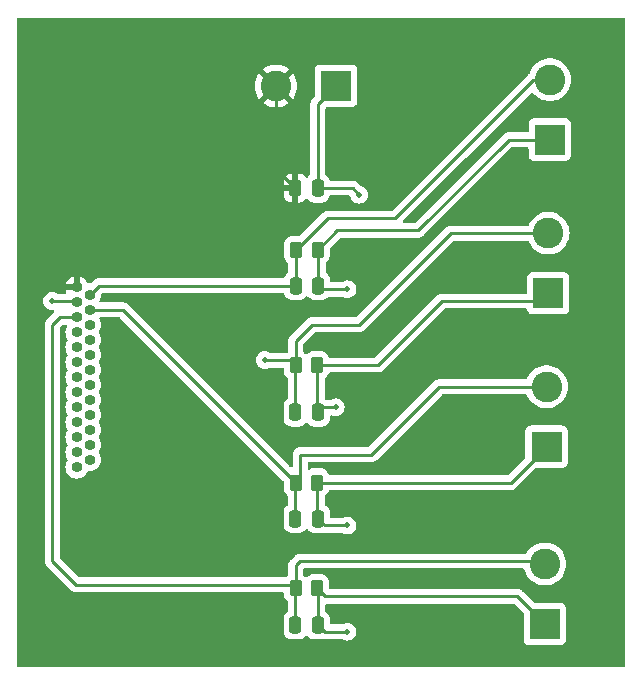
<source format=gbr>
%TF.GenerationSoftware,KiCad,Pcbnew,7.0.5*%
%TF.CreationDate,2024-03-11T15:50:26-06:00*%
%TF.ProjectId,micro-d-tes-aaray,6d696372-6f2d-4642-9d74-65732d616172,rev?*%
%TF.SameCoordinates,Original*%
%TF.FileFunction,Copper,L1,Top*%
%TF.FilePolarity,Positive*%
%FSLAX46Y46*%
G04 Gerber Fmt 4.6, Leading zero omitted, Abs format (unit mm)*
G04 Created by KiCad (PCBNEW 7.0.5) date 2024-03-11 15:50:26*
%MOMM*%
%LPD*%
G01*
G04 APERTURE LIST*
G04 Aperture macros list*
%AMRoundRect*
0 Rectangle with rounded corners*
0 $1 Rounding radius*
0 $2 $3 $4 $5 $6 $7 $8 $9 X,Y pos of 4 corners*
0 Add a 4 corners polygon primitive as box body*
4,1,4,$2,$3,$4,$5,$6,$7,$8,$9,$2,$3,0*
0 Add four circle primitives for the rounded corners*
1,1,$1+$1,$2,$3*
1,1,$1+$1,$4,$5*
1,1,$1+$1,$6,$7*
1,1,$1+$1,$8,$9*
0 Add four rect primitives between the rounded corners*
20,1,$1+$1,$2,$3,$4,$5,0*
20,1,$1+$1,$4,$5,$6,$7,0*
20,1,$1+$1,$6,$7,$8,$9,0*
20,1,$1+$1,$8,$9,$2,$3,0*%
G04 Aperture macros list end*
%TA.AperFunction,ComponentPad*%
%ADD10R,2.600000X2.600000*%
%TD*%
%TA.AperFunction,ComponentPad*%
%ADD11C,2.600000*%
%TD*%
%TA.AperFunction,SMDPad,CuDef*%
%ADD12RoundRect,0.250000X-0.262500X-0.450000X0.262500X-0.450000X0.262500X0.450000X-0.262500X0.450000X0*%
%TD*%
%TA.AperFunction,SMDPad,CuDef*%
%ADD13RoundRect,0.250000X-0.250000X-0.475000X0.250000X-0.475000X0.250000X0.475000X-0.250000X0.475000X0*%
%TD*%
%TA.AperFunction,ComponentPad*%
%ADD14O,0.920000X0.920000*%
%TD*%
%TA.AperFunction,ViaPad*%
%ADD15C,0.500000*%
%TD*%
%TA.AperFunction,Conductor*%
%ADD16C,0.250000*%
%TD*%
G04 APERTURE END LIST*
D10*
%TO.P,J2,1,Pin_1*%
%TO.N,Net-(J1-Pin_1)*%
X62135000Y-26335000D03*
D11*
%TO.P,J2,2,Pin_2*%
%TO.N,Net-(J2-Pin_2)*%
X62135000Y-21255000D03*
%TD*%
D10*
%TO.P,J4,1,Pin_1*%
%TO.N,Net-(J1-Pin_1)*%
X61855000Y-52335000D03*
D11*
%TO.P,J4,2,Pin_2*%
%TO.N,Net-(J26-P15)*%
X61855000Y-47255000D03*
%TD*%
D12*
%TO.P,R2,1*%
%TO.N,Net-(J3-Pin_2)*%
X40612500Y-45415000D03*
%TO.P,R2,2*%
%TO.N,Net-(J1-Pin_1)*%
X42437500Y-45415000D03*
%TD*%
D13*
%TO.P,C4,1*%
%TO.N,Net-(J5-Pin_2)*%
X40595000Y-67425000D03*
%TO.P,C4,2*%
%TO.N,Net-(J1-Pin_1)*%
X42495000Y-67425000D03*
%TD*%
D10*
%TO.P,J3,1,Pin_1*%
%TO.N,Net-(J1-Pin_1)*%
X61995000Y-39335000D03*
D11*
%TO.P,J3,2,Pin_2*%
%TO.N,Net-(J3-Pin_2)*%
X61995000Y-34255000D03*
%TD*%
D10*
%TO.P,J1,1,Pin_1*%
%TO.N,Net-(J1-Pin_1)*%
X44035000Y-21775000D03*
D11*
%TO.P,J1,2,Pin_2*%
%TO.N,GND*%
X38955000Y-21775000D03*
%TD*%
D12*
%TO.P,R3,1*%
%TO.N,Net-(J26-P15)*%
X40612500Y-55365000D03*
%TO.P,R3,2*%
%TO.N,Net-(J1-Pin_1)*%
X42437500Y-55365000D03*
%TD*%
%TO.P,R4,1*%
%TO.N,Net-(J5-Pin_2)*%
X40612500Y-64315000D03*
%TO.P,R4,2*%
%TO.N,Net-(J1-Pin_1)*%
X42437500Y-64315000D03*
%TD*%
D13*
%TO.P,C1,1*%
%TO.N,Net-(J2-Pin_2)*%
X40625000Y-38705000D03*
%TO.P,C1,2*%
%TO.N,Net-(J1-Pin_1)*%
X42525000Y-38705000D03*
%TD*%
D10*
%TO.P,J5,1,Pin_1*%
%TO.N,Net-(J1-Pin_1)*%
X61715000Y-67335000D03*
D11*
%TO.P,J5,2,Pin_2*%
%TO.N,Net-(J5-Pin_2)*%
X61715000Y-62255000D03*
%TD*%
D13*
%TO.P,C3,1*%
%TO.N,Net-(J26-P15)*%
X40595000Y-58415000D03*
%TO.P,C3,2*%
%TO.N,Net-(J1-Pin_1)*%
X42495000Y-58415000D03*
%TD*%
%TO.P,C5,1*%
%TO.N,GND*%
X40595000Y-30435000D03*
%TO.P,C5,2*%
%TO.N,Net-(J1-Pin_1)*%
X42495000Y-30435000D03*
%TD*%
%TO.P,C2,1*%
%TO.N,Net-(J3-Pin_2)*%
X40595000Y-49405000D03*
%TO.P,C2,2*%
%TO.N,Net-(J1-Pin_1)*%
X42495000Y-49405000D03*
%TD*%
D12*
%TO.P,R1,1*%
%TO.N,Net-(J2-Pin_2)*%
X40642500Y-35685000D03*
%TO.P,R1,2*%
%TO.N,Net-(J1-Pin_1)*%
X42467500Y-35685000D03*
%TD*%
D14*
%TO.P,J26,1,1*%
%TO.N,GND*%
X22075500Y-38830000D03*
%TO.P,J26,2,2*%
%TO.N,Net-(J3-Pin_2)*%
X22075500Y-40100000D03*
%TO.P,J26,3,3*%
%TO.N,Net-(J5-Pin_2)*%
X22075500Y-41370000D03*
%TO.P,J26,4,4*%
%TO.N,unconnected-(J26-Pad4)*%
X22075500Y-42640000D03*
%TO.P,J26,5,5*%
%TO.N,unconnected-(J26-Pad5)*%
X22075500Y-43910000D03*
%TO.P,J26,6,6*%
%TO.N,unconnected-(J26-Pad6)*%
X22075500Y-45180000D03*
%TO.P,J26,7,7*%
%TO.N,unconnected-(J26-Pad7)*%
X22075500Y-46450000D03*
%TO.P,J26,8,8*%
%TO.N,unconnected-(J26-Pad8)*%
X22075500Y-47720000D03*
%TO.P,J26,9,9*%
%TO.N,unconnected-(J26-Pad9)*%
X22075500Y-48990000D03*
%TO.P,J26,10,10*%
%TO.N,unconnected-(J26-Pad10)*%
X22075500Y-50260000D03*
%TO.P,J26,11,11*%
%TO.N,unconnected-(J26-Pad11)*%
X22075500Y-51530000D03*
%TO.P,J26,12,12*%
%TO.N,unconnected-(J26-Pad12)*%
X22075500Y-52800000D03*
%TO.P,J26,13,13*%
%TO.N,unconnected-(J26-Pad13)*%
X22075500Y-54070000D03*
%TO.P,J26,14,P14*%
%TO.N,Net-(J2-Pin_2)*%
X23175500Y-39465000D03*
%TO.P,J26,15,P15*%
%TO.N,Net-(J26-P15)*%
X23175500Y-40735000D03*
%TO.P,J26,16,P16*%
%TO.N,unconnected-(J26-P16-Pad16)*%
X23175500Y-42005000D03*
%TO.P,J26,17,P17*%
%TO.N,unconnected-(J26-P17-Pad17)*%
X23175500Y-43275000D03*
%TO.P,J26,18,P18*%
%TO.N,unconnected-(J26-P18-Pad18)*%
X23175500Y-44545000D03*
%TO.P,J26,19,P19*%
%TO.N,unconnected-(J26-P19-Pad19)*%
X23175500Y-45815000D03*
%TO.P,J26,20,P20*%
%TO.N,unconnected-(J26-P20-Pad20)*%
X23175500Y-47085000D03*
%TO.P,J26,21,P21*%
%TO.N,unconnected-(J26-P21-Pad21)*%
X23175500Y-48355000D03*
%TO.P,J26,22,P22*%
%TO.N,unconnected-(J26-P22-Pad22)*%
X23175500Y-49625000D03*
%TO.P,J26,23,P23*%
%TO.N,unconnected-(J26-P23-Pad23)*%
X23175500Y-50895000D03*
%TO.P,J26,24,P24*%
%TO.N,unconnected-(J26-P24-Pad24)*%
X23175500Y-52165000D03*
%TO.P,J26,25,P25*%
%TO.N,unconnected-(J26-P25-Pad25)*%
X23175500Y-53435000D03*
%TD*%
D15*
%TO.N,Net-(J1-Pin_1)*%
X45000000Y-68000000D03*
X46000000Y-31000000D03*
X44000000Y-49000000D03*
X45000000Y-59000000D03*
X45000000Y-39000000D03*
%TO.N,Net-(J3-Pin_2)*%
X20000000Y-40000000D03*
X38000000Y-45000000D03*
%TD*%
D16*
%TO.N,Net-(J2-Pin_2)*%
X49000000Y-33000000D02*
X60745000Y-21255000D01*
%TO.N,Net-(J1-Pin_1)*%
X58665000Y-26335000D02*
X62135000Y-26335000D01*
%TO.N,Net-(J2-Pin_2)*%
X40625000Y-35702500D02*
X40642500Y-35685000D01*
X40642500Y-35685000D02*
X43327500Y-33000000D01*
X23935500Y-38705000D02*
X23175500Y-39465000D01*
X43327500Y-33000000D02*
X49000000Y-33000000D01*
X40625000Y-38705000D02*
X23935500Y-38705000D01*
X40625000Y-38705000D02*
X40625000Y-35702500D01*
X60745000Y-21255000D02*
X62135000Y-21255000D01*
%TO.N,Net-(J1-Pin_1)*%
X42437500Y-45415000D02*
X47585000Y-45415000D01*
X42437500Y-49347500D02*
X42437500Y-45415000D01*
X42495000Y-23315000D02*
X44035000Y-21775000D01*
X43122500Y-65000000D02*
X59380000Y-65000000D01*
X42437500Y-55365000D02*
X58825000Y-55365000D01*
X42437500Y-55365000D02*
X42437500Y-58357500D01*
X44000000Y-49000000D02*
X42900000Y-49000000D01*
X43070000Y-68000000D02*
X42495000Y-67425000D01*
X42437500Y-64315000D02*
X43122500Y-65000000D01*
X42437500Y-58357500D02*
X42495000Y-58415000D01*
X42900000Y-49000000D02*
X42495000Y-49405000D01*
X45000000Y-39000000D02*
X42820000Y-39000000D01*
X42525000Y-38705000D02*
X42525000Y-35742500D01*
X43080000Y-59000000D02*
X42495000Y-58415000D01*
X42495000Y-67425000D02*
X42495000Y-64372500D01*
X51000000Y-34000000D02*
X58665000Y-26335000D01*
X42495000Y-49405000D02*
X42437500Y-49347500D01*
X46000000Y-31000000D02*
X45435000Y-30435000D01*
X47585000Y-45415000D02*
X53000000Y-40000000D01*
X61330000Y-40000000D02*
X61995000Y-39335000D01*
X58825000Y-55365000D02*
X61855000Y-52335000D01*
X42495000Y-64372500D02*
X42437500Y-64315000D01*
X53000000Y-40000000D02*
X61330000Y-40000000D01*
X44152500Y-34000000D02*
X51000000Y-34000000D01*
X45000000Y-68000000D02*
X43070000Y-68000000D01*
X45000000Y-59000000D02*
X43080000Y-59000000D01*
X45435000Y-30435000D02*
X42495000Y-30435000D01*
X42525000Y-35742500D02*
X42467500Y-35685000D01*
X59380000Y-65000000D02*
X61715000Y-67335000D01*
X42467500Y-35685000D02*
X44152500Y-34000000D01*
X42820000Y-39000000D02*
X42525000Y-38705000D01*
X42495000Y-30435000D02*
X42495000Y-23315000D01*
%TO.N,Net-(J3-Pin_2)*%
X42000000Y-42000000D02*
X46000000Y-42000000D01*
X22075500Y-40100000D02*
X21975500Y-40000000D01*
X40595000Y-45432500D02*
X40612500Y-45415000D01*
X21975500Y-40000000D02*
X20000000Y-40000000D01*
X46000000Y-42000000D02*
X53745000Y-34255000D01*
X40612500Y-43387500D02*
X42000000Y-42000000D01*
X40612500Y-45415000D02*
X40612500Y-43387500D01*
X38000000Y-45000000D02*
X40197500Y-45000000D01*
X40197500Y-45000000D02*
X40612500Y-45415000D01*
X53745000Y-34255000D02*
X61995000Y-34255000D01*
X40595000Y-49405000D02*
X40595000Y-45432500D01*
%TO.N,GND*%
X38955000Y-28795000D02*
X38955000Y-21775000D01*
X22075500Y-38830000D02*
X22075500Y-36924500D01*
X40595000Y-30435000D02*
X38955000Y-28795000D01*
X22075500Y-36924500D02*
X28565000Y-30435000D01*
X28565000Y-30435000D02*
X40595000Y-30435000D01*
%TO.N,Net-(J26-P15)*%
X41000000Y-53000000D02*
X47000000Y-53000000D01*
X23175500Y-40735000D02*
X25982500Y-40735000D01*
X41000000Y-54977500D02*
X41000000Y-53000000D01*
X47000000Y-53000000D02*
X52745000Y-47255000D01*
X52745000Y-47255000D02*
X61855000Y-47255000D01*
X40595000Y-55382500D02*
X40612500Y-55365000D01*
X40612500Y-55365000D02*
X41000000Y-54977500D01*
X25982500Y-40735000D02*
X40612500Y-55365000D01*
X40595000Y-58415000D02*
X40595000Y-55382500D01*
%TO.N,Net-(J5-Pin_2)*%
X40612500Y-62387500D02*
X41000000Y-62000000D01*
X22000000Y-64000000D02*
X40297500Y-64000000D01*
X41000000Y-62000000D02*
X61460000Y-62000000D01*
X20000000Y-42000000D02*
X20000000Y-62000000D01*
X22075500Y-41370000D02*
X20630000Y-41370000D01*
X20000000Y-62000000D02*
X22000000Y-64000000D01*
X20630000Y-41370000D02*
X20000000Y-42000000D01*
X61460000Y-62000000D02*
X61715000Y-62255000D01*
X40595000Y-67425000D02*
X40595000Y-64332500D01*
X40612500Y-64315000D02*
X40612500Y-62387500D01*
X40595000Y-64332500D02*
X40612500Y-64315000D01*
X40297500Y-64000000D02*
X40612500Y-64315000D01*
%TD*%
%TA.AperFunction,Conductor*%
%TO.N,GND*%
G36*
X68442539Y-16020185D02*
G01*
X68488294Y-16072989D01*
X68499500Y-16124500D01*
X68499500Y-70875500D01*
X68479815Y-70942539D01*
X68427011Y-70988294D01*
X68375500Y-70999500D01*
X17124500Y-70999500D01*
X17057461Y-70979815D01*
X17011706Y-70927011D01*
X17000500Y-70875500D01*
X17000500Y-40000002D01*
X19244751Y-40000002D01*
X19263685Y-40168056D01*
X19319545Y-40327694D01*
X19319547Y-40327697D01*
X19409518Y-40470884D01*
X19409523Y-40470890D01*
X19529109Y-40590476D01*
X19529115Y-40590481D01*
X19672302Y-40680452D01*
X19672305Y-40680454D01*
X19672309Y-40680455D01*
X19672310Y-40680456D01*
X19722417Y-40697989D01*
X19831943Y-40736314D01*
X19999997Y-40755249D01*
X20000000Y-40755249D01*
X20000002Y-40755249D01*
X20053749Y-40749193D01*
X20122571Y-40761247D01*
X20173950Y-40808596D01*
X20191575Y-40876206D01*
X20169849Y-40942612D01*
X20155314Y-40960094D01*
X19616208Y-41499199D01*
X19603951Y-41509020D01*
X19604134Y-41509241D01*
X19598122Y-41514214D01*
X19551432Y-41563932D01*
X19550079Y-41565329D01*
X19529889Y-41585519D01*
X19529877Y-41585532D01*
X19525621Y-41591017D01*
X19521837Y-41595447D01*
X19489937Y-41629418D01*
X19489936Y-41629420D01*
X19480284Y-41646976D01*
X19469610Y-41663226D01*
X19457329Y-41679061D01*
X19457324Y-41679068D01*
X19438815Y-41721838D01*
X19436245Y-41727084D01*
X19413803Y-41767906D01*
X19408822Y-41787307D01*
X19402521Y-41805710D01*
X19394562Y-41824102D01*
X19394561Y-41824105D01*
X19387271Y-41870127D01*
X19386087Y-41875846D01*
X19374501Y-41920972D01*
X19374500Y-41920982D01*
X19374500Y-41941016D01*
X19372973Y-41960415D01*
X19369840Y-41980194D01*
X19369840Y-41980195D01*
X19374225Y-42026583D01*
X19374500Y-42032421D01*
X19374500Y-61917255D01*
X19372775Y-61932872D01*
X19373061Y-61932899D01*
X19372326Y-61940666D01*
X19374469Y-62008846D01*
X19374500Y-62010793D01*
X19374500Y-62039343D01*
X19374501Y-62039360D01*
X19375368Y-62046231D01*
X19375826Y-62052050D01*
X19377290Y-62098624D01*
X19377291Y-62098627D01*
X19382880Y-62117867D01*
X19386824Y-62136911D01*
X19389336Y-62156792D01*
X19400211Y-62184259D01*
X19406490Y-62200119D01*
X19408382Y-62205647D01*
X19410112Y-62211602D01*
X19421382Y-62250390D01*
X19427371Y-62260518D01*
X19431580Y-62267634D01*
X19440138Y-62285103D01*
X19447514Y-62303732D01*
X19474898Y-62341423D01*
X19478106Y-62346307D01*
X19501827Y-62386416D01*
X19501833Y-62386424D01*
X19515990Y-62400580D01*
X19528628Y-62415376D01*
X19540405Y-62431586D01*
X19540406Y-62431587D01*
X19576309Y-62461288D01*
X19580620Y-62465210D01*
X21051145Y-63935736D01*
X21499197Y-64383788D01*
X21509022Y-64396051D01*
X21509243Y-64395869D01*
X21514211Y-64401874D01*
X21563932Y-64448566D01*
X21565332Y-64449923D01*
X21585523Y-64470115D01*
X21585527Y-64470118D01*
X21585529Y-64470120D01*
X21591011Y-64474373D01*
X21595443Y-64478157D01*
X21629418Y-64510062D01*
X21646976Y-64519714D01*
X21663235Y-64530395D01*
X21679064Y-64542673D01*
X21721838Y-64561182D01*
X21727056Y-64563738D01*
X21767908Y-64586197D01*
X21787316Y-64591180D01*
X21805717Y-64597480D01*
X21824104Y-64605437D01*
X21867488Y-64612308D01*
X21870119Y-64612725D01*
X21875839Y-64613909D01*
X21920981Y-64625500D01*
X21941016Y-64625500D01*
X21960414Y-64627026D01*
X21980194Y-64630159D01*
X21980195Y-64630160D01*
X21980195Y-64630159D01*
X21980196Y-64630160D01*
X22026583Y-64625775D01*
X22032422Y-64625500D01*
X39475501Y-64625500D01*
X39542540Y-64645185D01*
X39588295Y-64697989D01*
X39599501Y-64749500D01*
X39599501Y-64815018D01*
X39610000Y-64917796D01*
X39610001Y-64917799D01*
X39665185Y-65084331D01*
X39665187Y-65084336D01*
X39757289Y-65233657D01*
X39881345Y-65357713D01*
X39910594Y-65375753D01*
X39957320Y-65427699D01*
X39969500Y-65481293D01*
X39969500Y-66230621D01*
X39949815Y-66297660D01*
X39910599Y-66336158D01*
X39876346Y-66357285D01*
X39752289Y-66481342D01*
X39660187Y-66630663D01*
X39660185Y-66630666D01*
X39660186Y-66630666D01*
X39605001Y-66797203D01*
X39605001Y-66797204D01*
X39605000Y-66797204D01*
X39594500Y-66899983D01*
X39594500Y-67950001D01*
X39594501Y-67950019D01*
X39605000Y-68052796D01*
X39605001Y-68052799D01*
X39643194Y-68168056D01*
X39660186Y-68219334D01*
X39752288Y-68368656D01*
X39876344Y-68492712D01*
X40025666Y-68584814D01*
X40192203Y-68639999D01*
X40294991Y-68650500D01*
X40895008Y-68650499D01*
X40895016Y-68650498D01*
X40895019Y-68650498D01*
X40953676Y-68644506D01*
X40997797Y-68639999D01*
X41164334Y-68584814D01*
X41313656Y-68492712D01*
X41437712Y-68368656D01*
X41439461Y-68365819D01*
X41441169Y-68364283D01*
X41442193Y-68362989D01*
X41442414Y-68363163D01*
X41491406Y-68319096D01*
X41560368Y-68307872D01*
X41624451Y-68335713D01*
X41650537Y-68365817D01*
X41652288Y-68368656D01*
X41776344Y-68492712D01*
X41925666Y-68584814D01*
X42092203Y-68639999D01*
X42194991Y-68650500D01*
X42795008Y-68650499D01*
X42795016Y-68650498D01*
X42795019Y-68650498D01*
X42818896Y-68648058D01*
X42897797Y-68639999D01*
X42928562Y-68629803D01*
X42982815Y-68627912D01*
X42983244Y-68624522D01*
X42990978Y-68625499D01*
X42990981Y-68625500D01*
X43011016Y-68625500D01*
X43030413Y-68627026D01*
X43050196Y-68630160D01*
X43096583Y-68625775D01*
X43102422Y-68625500D01*
X44549124Y-68625500D01*
X44615095Y-68644505D01*
X44672310Y-68680456D01*
X44793621Y-68722904D01*
X44831943Y-68736314D01*
X44999997Y-68755249D01*
X45000000Y-68755249D01*
X45000003Y-68755249D01*
X45168056Y-68736314D01*
X45168059Y-68736313D01*
X45327690Y-68680456D01*
X45327692Y-68680454D01*
X45327694Y-68680454D01*
X45327697Y-68680452D01*
X45470884Y-68590481D01*
X45470885Y-68590480D01*
X45470890Y-68590477D01*
X45590477Y-68470890D01*
X45654715Y-68368657D01*
X45680452Y-68327697D01*
X45680454Y-68327694D01*
X45680454Y-68327692D01*
X45680456Y-68327690D01*
X45736313Y-68168059D01*
X45736313Y-68168058D01*
X45736314Y-68168056D01*
X45755249Y-68000002D01*
X45755249Y-67999997D01*
X45736314Y-67831943D01*
X45680454Y-67672305D01*
X45680452Y-67672302D01*
X45590481Y-67529115D01*
X45590476Y-67529109D01*
X45470890Y-67409523D01*
X45470884Y-67409518D01*
X45327697Y-67319547D01*
X45327694Y-67319545D01*
X45168056Y-67263685D01*
X45000003Y-67244751D01*
X44999997Y-67244751D01*
X44831943Y-67263685D01*
X44672307Y-67319545D01*
X44615096Y-67355494D01*
X44549124Y-67374500D01*
X43619499Y-67374500D01*
X43552460Y-67354815D01*
X43506705Y-67302011D01*
X43495499Y-67250500D01*
X43495499Y-66899998D01*
X43495498Y-66899981D01*
X43484999Y-66797203D01*
X43484998Y-66797200D01*
X43429814Y-66630666D01*
X43337712Y-66481344D01*
X43213656Y-66357288D01*
X43213655Y-66357287D01*
X43213653Y-66357285D01*
X43179401Y-66336158D01*
X43132678Y-66284210D01*
X43120500Y-66230621D01*
X43120500Y-65749500D01*
X43140185Y-65682461D01*
X43192989Y-65636706D01*
X43244500Y-65625500D01*
X59069548Y-65625500D01*
X59136587Y-65645185D01*
X59157229Y-65661819D01*
X59878181Y-66382771D01*
X59911666Y-66444094D01*
X59914500Y-66470452D01*
X59914500Y-68682870D01*
X59914501Y-68682876D01*
X59920908Y-68742483D01*
X59971202Y-68877328D01*
X59971206Y-68877335D01*
X60057452Y-68992544D01*
X60057455Y-68992547D01*
X60172664Y-69078793D01*
X60172671Y-69078797D01*
X60307517Y-69129091D01*
X60307516Y-69129091D01*
X60314444Y-69129835D01*
X60367127Y-69135500D01*
X63062872Y-69135499D01*
X63122483Y-69129091D01*
X63257331Y-69078796D01*
X63372546Y-68992546D01*
X63458796Y-68877331D01*
X63509091Y-68742483D01*
X63515500Y-68682873D01*
X63515499Y-65987128D01*
X63509091Y-65927517D01*
X63458796Y-65792669D01*
X63458795Y-65792668D01*
X63458793Y-65792664D01*
X63372547Y-65677455D01*
X63372544Y-65677452D01*
X63257335Y-65591206D01*
X63257328Y-65591202D01*
X63122482Y-65540908D01*
X63122483Y-65540908D01*
X63062883Y-65534501D01*
X63062881Y-65534500D01*
X63062873Y-65534500D01*
X63062865Y-65534500D01*
X60850453Y-65534500D01*
X60783414Y-65514815D01*
X60762772Y-65498181D01*
X59880803Y-64616212D01*
X59870980Y-64603950D01*
X59870759Y-64604134D01*
X59865786Y-64598122D01*
X59816066Y-64551432D01*
X59814666Y-64550075D01*
X59794476Y-64529884D01*
X59788986Y-64525625D01*
X59784561Y-64521847D01*
X59750582Y-64489938D01*
X59750580Y-64489936D01*
X59750577Y-64489935D01*
X59733029Y-64480288D01*
X59716763Y-64469604D01*
X59700933Y-64457325D01*
X59658168Y-64438818D01*
X59652922Y-64436248D01*
X59612093Y-64413803D01*
X59612092Y-64413802D01*
X59592693Y-64408822D01*
X59574281Y-64402518D01*
X59555898Y-64394562D01*
X59555892Y-64394560D01*
X59509874Y-64387272D01*
X59504152Y-64386087D01*
X59459021Y-64374500D01*
X59459019Y-64374500D01*
X59438984Y-64374500D01*
X59419586Y-64372973D01*
X59412162Y-64371797D01*
X59399805Y-64369840D01*
X59399804Y-64369840D01*
X59353416Y-64374225D01*
X59347578Y-64374500D01*
X43574500Y-64374500D01*
X43507461Y-64354815D01*
X43461706Y-64302011D01*
X43450500Y-64250500D01*
X43450499Y-63814998D01*
X43450498Y-63814980D01*
X43439999Y-63712203D01*
X43439998Y-63712200D01*
X43424899Y-63666634D01*
X43384814Y-63545666D01*
X43292712Y-63396344D01*
X43168656Y-63272288D01*
X43019334Y-63180186D01*
X42852797Y-63125001D01*
X42852795Y-63125000D01*
X42750010Y-63114500D01*
X42124998Y-63114500D01*
X42124980Y-63114501D01*
X42022203Y-63125000D01*
X42022200Y-63125001D01*
X41855668Y-63180185D01*
X41855663Y-63180187D01*
X41706342Y-63272289D01*
X41612681Y-63365951D01*
X41551358Y-63399436D01*
X41481666Y-63394452D01*
X41437319Y-63365951D01*
X41343655Y-63272287D01*
X41296902Y-63243449D01*
X41250178Y-63191500D01*
X41238000Y-63137911D01*
X41238000Y-62749500D01*
X41257685Y-62682461D01*
X41310489Y-62636706D01*
X41362000Y-62625500D01*
X59853873Y-62625500D01*
X59920912Y-62645185D01*
X59966667Y-62697989D01*
X59974764Y-62721907D01*
X59989666Y-62787195D01*
X60088257Y-63038398D01*
X60223185Y-63272102D01*
X60322265Y-63396344D01*
X60391442Y-63483089D01*
X60458887Y-63545668D01*
X60589259Y-63666635D01*
X60812226Y-63818651D01*
X61055359Y-63935738D01*
X61313228Y-64015280D01*
X61313229Y-64015280D01*
X61313232Y-64015281D01*
X61580063Y-64055499D01*
X61580068Y-64055499D01*
X61580071Y-64055500D01*
X61580072Y-64055500D01*
X61849928Y-64055500D01*
X61849929Y-64055500D01*
X61849936Y-64055499D01*
X62116767Y-64015281D01*
X62116768Y-64015280D01*
X62116772Y-64015280D01*
X62374641Y-63935738D01*
X62617775Y-63818651D01*
X62840741Y-63666635D01*
X63038561Y-63483085D01*
X63206815Y-63272102D01*
X63341743Y-63038398D01*
X63440334Y-62787195D01*
X63500383Y-62524103D01*
X63518973Y-62276032D01*
X63520549Y-62255004D01*
X63520549Y-62254995D01*
X63500383Y-61985898D01*
X63500383Y-61985897D01*
X63440334Y-61722805D01*
X63341743Y-61471602D01*
X63206815Y-61237898D01*
X63038561Y-61026915D01*
X63038560Y-61026914D01*
X63038557Y-61026910D01*
X62840741Y-60843365D01*
X62840740Y-60843364D01*
X62617775Y-60691349D01*
X62617769Y-60691346D01*
X62617768Y-60691345D01*
X62617767Y-60691344D01*
X62374643Y-60574263D01*
X62374645Y-60574263D01*
X62116773Y-60494720D01*
X62116767Y-60494718D01*
X61849936Y-60454500D01*
X61849929Y-60454500D01*
X61580071Y-60454500D01*
X61580063Y-60454500D01*
X61313232Y-60494718D01*
X61313226Y-60494720D01*
X61055358Y-60574262D01*
X60812230Y-60691346D01*
X60589258Y-60843365D01*
X60391442Y-61026910D01*
X60223185Y-61237898D01*
X60180114Y-61312500D01*
X60129547Y-61360715D01*
X60072727Y-61374500D01*
X41082743Y-61374500D01*
X41067122Y-61372775D01*
X41067095Y-61373061D01*
X41059333Y-61372326D01*
X40991140Y-61374469D01*
X40989193Y-61374500D01*
X40960649Y-61374500D01*
X40953778Y-61375367D01*
X40947959Y-61375825D01*
X40901374Y-61377289D01*
X40901368Y-61377290D01*
X40882126Y-61382880D01*
X40863087Y-61386823D01*
X40843217Y-61389334D01*
X40843203Y-61389337D01*
X40799883Y-61406488D01*
X40794358Y-61408380D01*
X40749613Y-61421380D01*
X40749610Y-61421381D01*
X40732366Y-61431579D01*
X40714905Y-61440133D01*
X40696274Y-61447510D01*
X40696262Y-61447517D01*
X40658570Y-61474902D01*
X40653687Y-61478109D01*
X40613580Y-61501829D01*
X40599415Y-61515994D01*
X40584623Y-61528628D01*
X40568412Y-61540405D01*
X40538706Y-61576313D01*
X40534774Y-61580634D01*
X40228711Y-61886697D01*
X40216448Y-61896522D01*
X40216631Y-61896744D01*
X40210620Y-61901716D01*
X40163932Y-61951433D01*
X40162578Y-61952830D01*
X40142389Y-61973019D01*
X40142377Y-61973032D01*
X40138121Y-61978517D01*
X40134337Y-61982947D01*
X40102437Y-62016918D01*
X40102436Y-62016920D01*
X40092784Y-62034476D01*
X40082110Y-62050726D01*
X40069829Y-62066561D01*
X40069824Y-62066568D01*
X40051315Y-62109338D01*
X40048745Y-62114584D01*
X40026303Y-62155406D01*
X40021322Y-62174807D01*
X40015021Y-62193210D01*
X40007062Y-62211602D01*
X40007061Y-62211605D01*
X39999771Y-62257627D01*
X39998587Y-62263346D01*
X39987001Y-62308472D01*
X39987000Y-62308482D01*
X39987000Y-62328516D01*
X39985473Y-62347915D01*
X39982340Y-62367694D01*
X39982339Y-62367697D01*
X39986724Y-62414085D01*
X39986999Y-62419921D01*
X39987000Y-63137911D01*
X39967316Y-63204950D01*
X39928098Y-63243449D01*
X39881344Y-63272287D01*
X39881343Y-63272288D01*
X39815451Y-63338181D01*
X39754128Y-63371666D01*
X39727770Y-63374500D01*
X22310453Y-63374500D01*
X22243414Y-63354815D01*
X22222772Y-63338181D01*
X20661819Y-61777227D01*
X20628334Y-61715904D01*
X20625500Y-61689546D01*
X20625500Y-42310452D01*
X20645185Y-42243413D01*
X20661819Y-42222771D01*
X20852771Y-42031819D01*
X20914094Y-41998334D01*
X20940452Y-41995500D01*
X21124012Y-41995500D01*
X21191051Y-42015185D01*
X21236806Y-42067989D01*
X21246750Y-42137147D01*
X21233370Y-42177954D01*
X21183821Y-42270651D01*
X21128897Y-42451710D01*
X21110353Y-42640000D01*
X21128897Y-42828289D01*
X21128898Y-42828291D01*
X21183820Y-43009346D01*
X21273010Y-43176207D01*
X21273012Y-43176209D01*
X21289529Y-43196336D01*
X21316841Y-43260646D01*
X21305050Y-43329513D01*
X21289529Y-43353664D01*
X21278014Y-43367696D01*
X21273010Y-43373793D01*
X21248354Y-43419921D01*
X21183821Y-43540651D01*
X21128897Y-43721710D01*
X21110353Y-43910000D01*
X21128897Y-44098289D01*
X21128898Y-44098291D01*
X21179069Y-44263685D01*
X21183821Y-44279348D01*
X21189978Y-44290867D01*
X21273010Y-44446207D01*
X21273012Y-44446209D01*
X21289529Y-44466336D01*
X21316841Y-44530646D01*
X21305050Y-44599513D01*
X21289529Y-44623664D01*
X21273010Y-44643793D01*
X21257770Y-44672305D01*
X21183821Y-44810651D01*
X21128897Y-44991710D01*
X21110353Y-45180000D01*
X21128897Y-45368289D01*
X21128898Y-45368291D01*
X21183820Y-45549346D01*
X21273010Y-45716207D01*
X21273012Y-45716209D01*
X21289529Y-45736336D01*
X21316841Y-45800646D01*
X21305050Y-45869513D01*
X21289530Y-45893662D01*
X21273008Y-45913794D01*
X21273007Y-45913796D01*
X21183821Y-46080649D01*
X21128897Y-46261710D01*
X21118101Y-46371333D01*
X21110353Y-46450000D01*
X21111113Y-46457712D01*
X21128897Y-46638289D01*
X21152365Y-46715651D01*
X21183820Y-46819346D01*
X21273010Y-46986207D01*
X21273012Y-46986209D01*
X21289529Y-47006336D01*
X21316841Y-47070646D01*
X21305050Y-47139513D01*
X21289529Y-47163664D01*
X21273012Y-47183790D01*
X21183821Y-47350651D01*
X21128897Y-47531710D01*
X21110353Y-47720000D01*
X21128897Y-47908289D01*
X21128898Y-47908291D01*
X21183820Y-48089346D01*
X21273010Y-48256207D01*
X21273012Y-48256209D01*
X21289529Y-48276336D01*
X21316841Y-48340646D01*
X21305050Y-48409513D01*
X21289529Y-48433664D01*
X21273010Y-48453793D01*
X21265945Y-48467011D01*
X21183821Y-48620651D01*
X21128897Y-48801710D01*
X21110353Y-48990000D01*
X21128897Y-49178289D01*
X21128898Y-49178291D01*
X21183820Y-49359346D01*
X21273010Y-49526207D01*
X21273012Y-49526209D01*
X21289529Y-49546336D01*
X21316841Y-49610646D01*
X21305050Y-49679513D01*
X21289529Y-49703664D01*
X21273010Y-49723793D01*
X21256196Y-49755249D01*
X21183821Y-49890651D01*
X21128897Y-50071710D01*
X21110353Y-50259999D01*
X21128897Y-50448289D01*
X21128898Y-50448291D01*
X21183820Y-50629346D01*
X21273010Y-50796207D01*
X21273012Y-50796209D01*
X21289529Y-50816336D01*
X21316841Y-50880646D01*
X21305050Y-50949513D01*
X21289530Y-50973662D01*
X21273008Y-50993794D01*
X21273007Y-50993796D01*
X21183821Y-51160649D01*
X21128897Y-51341710D01*
X21110353Y-51529999D01*
X21128897Y-51718289D01*
X21128898Y-51718291D01*
X21183820Y-51899346D01*
X21273010Y-52066207D01*
X21273012Y-52066209D01*
X21289529Y-52086336D01*
X21316841Y-52150646D01*
X21305050Y-52219513D01*
X21289529Y-52243664D01*
X21273012Y-52263790D01*
X21183821Y-52430651D01*
X21128897Y-52611710D01*
X21110353Y-52800000D01*
X21128897Y-52988289D01*
X21152365Y-53065651D01*
X21183820Y-53169346D01*
X21273010Y-53336207D01*
X21273012Y-53336209D01*
X21289529Y-53356336D01*
X21316841Y-53420646D01*
X21305050Y-53489513D01*
X21289529Y-53513664D01*
X21280146Y-53525098D01*
X21273010Y-53533793D01*
X21263017Y-53552488D01*
X21183821Y-53700651D01*
X21128897Y-53881710D01*
X21110353Y-54070000D01*
X21128897Y-54258289D01*
X21128898Y-54258291D01*
X21172834Y-54403131D01*
X21183821Y-54439348D01*
X21273012Y-54606210D01*
X21393037Y-54752462D01*
X21539289Y-54872487D01*
X21539293Y-54872490D01*
X21706154Y-54961680D01*
X21887209Y-55016602D01*
X22075500Y-55035147D01*
X22263791Y-55016602D01*
X22444846Y-54961680D01*
X22611707Y-54872490D01*
X22757962Y-54752462D01*
X22877990Y-54606207D01*
X22958447Y-54455683D01*
X23007407Y-54405842D01*
X23075545Y-54390381D01*
X23079904Y-54390731D01*
X23175500Y-54400147D01*
X23363791Y-54381602D01*
X23544846Y-54326680D01*
X23711707Y-54237490D01*
X23857962Y-54117462D01*
X23977990Y-53971207D01*
X24067180Y-53804346D01*
X24122102Y-53623291D01*
X24140647Y-53435000D01*
X24122102Y-53246709D01*
X24067180Y-53065654D01*
X23977990Y-52898793D01*
X23961471Y-52878664D01*
X23934158Y-52814357D01*
X23945948Y-52745489D01*
X23961468Y-52721337D01*
X23977990Y-52701207D01*
X24067180Y-52534346D01*
X24122102Y-52353291D01*
X24140647Y-52165000D01*
X24122102Y-51976709D01*
X24067180Y-51795654D01*
X23977990Y-51628793D01*
X23961471Y-51608664D01*
X23934158Y-51544357D01*
X23945948Y-51475489D01*
X23961468Y-51451337D01*
X23977990Y-51431207D01*
X24067180Y-51264346D01*
X24122102Y-51083291D01*
X24140647Y-50895000D01*
X24122102Y-50706709D01*
X24067180Y-50525654D01*
X23977990Y-50358793D01*
X23961471Y-50338664D01*
X23934158Y-50274357D01*
X23945948Y-50205489D01*
X23961468Y-50181337D01*
X23977990Y-50161207D01*
X24067180Y-49994346D01*
X24122102Y-49813291D01*
X24140647Y-49625000D01*
X24122102Y-49436709D01*
X24067180Y-49255654D01*
X23977990Y-49088793D01*
X23961471Y-49068664D01*
X23934158Y-49004357D01*
X23945948Y-48935489D01*
X23961468Y-48911337D01*
X23977990Y-48891207D01*
X24067180Y-48724346D01*
X24122102Y-48543291D01*
X24140647Y-48355000D01*
X24122102Y-48166709D01*
X24067180Y-47985654D01*
X23977990Y-47818793D01*
X23961471Y-47798664D01*
X23934158Y-47734357D01*
X23945948Y-47665489D01*
X23961468Y-47641337D01*
X23977990Y-47621207D01*
X24067180Y-47454346D01*
X24122102Y-47273291D01*
X24140647Y-47085000D01*
X24122102Y-46896709D01*
X24067180Y-46715654D01*
X23977990Y-46548793D01*
X23961471Y-46528664D01*
X23934158Y-46464357D01*
X23945948Y-46395489D01*
X23961468Y-46371337D01*
X23977990Y-46351207D01*
X24067180Y-46184346D01*
X24122102Y-46003291D01*
X24140647Y-45815000D01*
X24122102Y-45626709D01*
X24067180Y-45445654D01*
X23977990Y-45278793D01*
X23961471Y-45258664D01*
X23934158Y-45194357D01*
X23945948Y-45125489D01*
X23961468Y-45101337D01*
X23977990Y-45081207D01*
X24067180Y-44914346D01*
X24122102Y-44733291D01*
X24140647Y-44545000D01*
X24122102Y-44356709D01*
X24067180Y-44175654D01*
X23977990Y-44008793D01*
X23961471Y-43988664D01*
X23934158Y-43924357D01*
X23945948Y-43855489D01*
X23961468Y-43831337D01*
X23977990Y-43811207D01*
X24067180Y-43644346D01*
X24122102Y-43463291D01*
X24140647Y-43275000D01*
X24122102Y-43086709D01*
X24067180Y-42905654D01*
X23977990Y-42738793D01*
X23961471Y-42718664D01*
X23934158Y-42654357D01*
X23945948Y-42585489D01*
X23961468Y-42561337D01*
X23977990Y-42541207D01*
X24067180Y-42374346D01*
X24122102Y-42193291D01*
X24140647Y-42005000D01*
X24122102Y-41816709D01*
X24067180Y-41635654D01*
X24017629Y-41542953D01*
X24003388Y-41474551D01*
X24028388Y-41409307D01*
X24084692Y-41367936D01*
X24126988Y-41360500D01*
X25672048Y-41360500D01*
X25739087Y-41380185D01*
X25759729Y-41396819D01*
X39563181Y-55200272D01*
X39596666Y-55261595D01*
X39599500Y-55287953D01*
X39599500Y-55865001D01*
X39599501Y-55865019D01*
X39610000Y-55967796D01*
X39610001Y-55967799D01*
X39665185Y-56134331D01*
X39665187Y-56134336D01*
X39757289Y-56283657D01*
X39881345Y-56407713D01*
X39910594Y-56425753D01*
X39957320Y-56477699D01*
X39969500Y-56531293D01*
X39969500Y-57220621D01*
X39949815Y-57287660D01*
X39910599Y-57326158D01*
X39876346Y-57347285D01*
X39752289Y-57471342D01*
X39660187Y-57620663D01*
X39660185Y-57620666D01*
X39660186Y-57620666D01*
X39605001Y-57787203D01*
X39605001Y-57787204D01*
X39605000Y-57787204D01*
X39594500Y-57889983D01*
X39594500Y-58940001D01*
X39594501Y-58940019D01*
X39605000Y-59042796D01*
X39605001Y-59042799D01*
X39645000Y-59163505D01*
X39660186Y-59209334D01*
X39752288Y-59358656D01*
X39876344Y-59482712D01*
X40025666Y-59574814D01*
X40192203Y-59629999D01*
X40294991Y-59640500D01*
X40895008Y-59640499D01*
X40895016Y-59640498D01*
X40895019Y-59640498D01*
X40951302Y-59634748D01*
X40997797Y-59629999D01*
X41164334Y-59574814D01*
X41313656Y-59482712D01*
X41437712Y-59358656D01*
X41439461Y-59355819D01*
X41441169Y-59354283D01*
X41442193Y-59352989D01*
X41442414Y-59353163D01*
X41491406Y-59309096D01*
X41560368Y-59297872D01*
X41624451Y-59325713D01*
X41650537Y-59355817D01*
X41652288Y-59358656D01*
X41776344Y-59482712D01*
X41925666Y-59574814D01*
X42092203Y-59629999D01*
X42194991Y-59640500D01*
X42795008Y-59640499D01*
X42795016Y-59640498D01*
X42795019Y-59640498D01*
X42851302Y-59634748D01*
X42897797Y-59629999D01*
X42915920Y-59623992D01*
X42985745Y-59621588D01*
X43000981Y-59625500D01*
X43021016Y-59625500D01*
X43040413Y-59627026D01*
X43060196Y-59630160D01*
X43106583Y-59625775D01*
X43112422Y-59625500D01*
X44549124Y-59625500D01*
X44615095Y-59644505D01*
X44672310Y-59680456D01*
X44793621Y-59722904D01*
X44831943Y-59736314D01*
X44999997Y-59755249D01*
X45000000Y-59755249D01*
X45000003Y-59755249D01*
X45168056Y-59736314D01*
X45168059Y-59736313D01*
X45327690Y-59680456D01*
X45327692Y-59680454D01*
X45327694Y-59680454D01*
X45327697Y-59680452D01*
X45470884Y-59590481D01*
X45470885Y-59590480D01*
X45470890Y-59590477D01*
X45590477Y-59470890D01*
X45590481Y-59470884D01*
X45680452Y-59327697D01*
X45680454Y-59327694D01*
X45680454Y-59327692D01*
X45680456Y-59327690D01*
X45736313Y-59168059D01*
X45736313Y-59168058D01*
X45736314Y-59168056D01*
X45755249Y-59000002D01*
X45755249Y-58999997D01*
X45736314Y-58831943D01*
X45680454Y-58672305D01*
X45680452Y-58672302D01*
X45590481Y-58529115D01*
X45590476Y-58529109D01*
X45470890Y-58409523D01*
X45470884Y-58409518D01*
X45327697Y-58319547D01*
X45327694Y-58319545D01*
X45168056Y-58263685D01*
X45000003Y-58244751D01*
X44999997Y-58244751D01*
X44831943Y-58263685D01*
X44672307Y-58319545D01*
X44615096Y-58355494D01*
X44549124Y-58374500D01*
X43619499Y-58374500D01*
X43552460Y-58354815D01*
X43506705Y-58302011D01*
X43495499Y-58250500D01*
X43495499Y-57889998D01*
X43495498Y-57889981D01*
X43494989Y-57885000D01*
X57294459Y-57885000D01*
X57294617Y-57885383D01*
X57294901Y-57885500D01*
X57294902Y-57885500D01*
X57295098Y-57885500D01*
X57295099Y-57885500D01*
X57295383Y-57885383D01*
X57295541Y-57885000D01*
X57295383Y-57884617D01*
X57295099Y-57884500D01*
X57294901Y-57884500D01*
X57294617Y-57884617D01*
X57294616Y-57884618D01*
X57294459Y-57884999D01*
X57294459Y-57885000D01*
X43494989Y-57885000D01*
X43484999Y-57787203D01*
X43484998Y-57787200D01*
X43429814Y-57620666D01*
X43337712Y-57471344D01*
X43213656Y-57347288D01*
X43121902Y-57290694D01*
X43075178Y-57238746D01*
X43062999Y-57185159D01*
X43062999Y-56542086D01*
X43082684Y-56475048D01*
X43121903Y-56436548D01*
X43168656Y-56407712D01*
X43292712Y-56283656D01*
X43384814Y-56134334D01*
X43404311Y-56075493D01*
X43444084Y-56018051D01*
X43508600Y-55991228D01*
X43522017Y-55990500D01*
X58742257Y-55990500D01*
X58757877Y-55992224D01*
X58757904Y-55991939D01*
X58765666Y-55992673D01*
X58765666Y-55992672D01*
X58765667Y-55992673D01*
X58768999Y-55992568D01*
X58833847Y-55990531D01*
X58835794Y-55990500D01*
X58864347Y-55990500D01*
X58864350Y-55990500D01*
X58871228Y-55989630D01*
X58877041Y-55989172D01*
X58923627Y-55987709D01*
X58942869Y-55982117D01*
X58961912Y-55978174D01*
X58981792Y-55975664D01*
X59025122Y-55958507D01*
X59030646Y-55956617D01*
X59034396Y-55955527D01*
X59075390Y-55943618D01*
X59092629Y-55933422D01*
X59110103Y-55924862D01*
X59128727Y-55917488D01*
X59128727Y-55917487D01*
X59128732Y-55917486D01*
X59166449Y-55890082D01*
X59171305Y-55886892D01*
X59211420Y-55863170D01*
X59225589Y-55848999D01*
X59240379Y-55836368D01*
X59256587Y-55824594D01*
X59286299Y-55788676D01*
X59290212Y-55784376D01*
X60902770Y-54171818D01*
X60964094Y-54138333D01*
X60990452Y-54135499D01*
X63202871Y-54135499D01*
X63202872Y-54135499D01*
X63262483Y-54129091D01*
X63397331Y-54078796D01*
X63512546Y-53992546D01*
X63598796Y-53877331D01*
X63649091Y-53742483D01*
X63655500Y-53682873D01*
X63655499Y-50987128D01*
X63649091Y-50927517D01*
X63631609Y-50880646D01*
X63598797Y-50792671D01*
X63598793Y-50792664D01*
X63512547Y-50677455D01*
X63512544Y-50677452D01*
X63397335Y-50591206D01*
X63397328Y-50591202D01*
X63262482Y-50540908D01*
X63262483Y-50540908D01*
X63202883Y-50534501D01*
X63202881Y-50534500D01*
X63202873Y-50534500D01*
X63202864Y-50534500D01*
X60507129Y-50534500D01*
X60507123Y-50534501D01*
X60447516Y-50540908D01*
X60312671Y-50591202D01*
X60312664Y-50591206D01*
X60197455Y-50677452D01*
X60197452Y-50677455D01*
X60111206Y-50792664D01*
X60111202Y-50792671D01*
X60060908Y-50927517D01*
X60054501Y-50987116D01*
X60054501Y-50987123D01*
X60054500Y-50987135D01*
X60054500Y-53199546D01*
X60034815Y-53266585D01*
X60018181Y-53287227D01*
X58602228Y-54703181D01*
X58540905Y-54736666D01*
X58514547Y-54739500D01*
X43522017Y-54739500D01*
X43454978Y-54719815D01*
X43409223Y-54667011D01*
X43404311Y-54654505D01*
X43384814Y-54595666D01*
X43292712Y-54446344D01*
X43168656Y-54322288D01*
X43064900Y-54258291D01*
X43019336Y-54230187D01*
X43019331Y-54230185D01*
X43017862Y-54229698D01*
X42852797Y-54175001D01*
X42852795Y-54175000D01*
X42750010Y-54164500D01*
X42124998Y-54164500D01*
X42124980Y-54164501D01*
X42022203Y-54175000D01*
X42022200Y-54175001D01*
X41855668Y-54230185D01*
X41855663Y-54230187D01*
X41843824Y-54237490D01*
X41814595Y-54255518D01*
X41747204Y-54273958D01*
X41680541Y-54253035D01*
X41635771Y-54199393D01*
X41625500Y-54149979D01*
X41625500Y-53749500D01*
X41645185Y-53682461D01*
X41697989Y-53636706D01*
X41749500Y-53625500D01*
X46917257Y-53625500D01*
X46932877Y-53627224D01*
X46932904Y-53626939D01*
X46940666Y-53627673D01*
X46940666Y-53627672D01*
X46940667Y-53627673D01*
X46943999Y-53627568D01*
X47008847Y-53625531D01*
X47010794Y-53625500D01*
X47039347Y-53625500D01*
X47039350Y-53625500D01*
X47046228Y-53624630D01*
X47052041Y-53624172D01*
X47098627Y-53622709D01*
X47117869Y-53617117D01*
X47136912Y-53613174D01*
X47156792Y-53610664D01*
X47200122Y-53593507D01*
X47205646Y-53591617D01*
X47209396Y-53590527D01*
X47250390Y-53578618D01*
X47267629Y-53568422D01*
X47285103Y-53559862D01*
X47303727Y-53552488D01*
X47303727Y-53552487D01*
X47303732Y-53552486D01*
X47341449Y-53525082D01*
X47346305Y-53521892D01*
X47386420Y-53498170D01*
X47400589Y-53483999D01*
X47415379Y-53471368D01*
X47431587Y-53459594D01*
X47461299Y-53423676D01*
X47465212Y-53419376D01*
X52967771Y-47916819D01*
X53029095Y-47883334D01*
X53055453Y-47880500D01*
X60081745Y-47880500D01*
X60148784Y-47900185D01*
X60194539Y-47952989D01*
X60197167Y-47959184D01*
X60228257Y-48038398D01*
X60363185Y-48272102D01*
X60444845Y-48374500D01*
X60531442Y-48483089D01*
X60668941Y-48610668D01*
X60729259Y-48666635D01*
X60952226Y-48818651D01*
X61195359Y-48935738D01*
X61453228Y-49015280D01*
X61453229Y-49015280D01*
X61453232Y-49015281D01*
X61720063Y-49055499D01*
X61720068Y-49055499D01*
X61720071Y-49055500D01*
X61720072Y-49055500D01*
X61989928Y-49055500D01*
X61989929Y-49055500D01*
X61989936Y-49055499D01*
X62256767Y-49015281D01*
X62256768Y-49015280D01*
X62256772Y-49015280D01*
X62514641Y-48935738D01*
X62757775Y-48818651D01*
X62980741Y-48666635D01*
X63148578Y-48510905D01*
X63178557Y-48483089D01*
X63178557Y-48483087D01*
X63178561Y-48483085D01*
X63346815Y-48272102D01*
X63481743Y-48038398D01*
X63580334Y-47787195D01*
X63640383Y-47524103D01*
X63653381Y-47350651D01*
X63660549Y-47255004D01*
X63660549Y-47254995D01*
X63640383Y-46985898D01*
X63640383Y-46985897D01*
X63580334Y-46722805D01*
X63481743Y-46471602D01*
X63346815Y-46237898D01*
X63178561Y-46026915D01*
X63178560Y-46026914D01*
X63178557Y-46026910D01*
X62980741Y-45843365D01*
X62973883Y-45838689D01*
X62757775Y-45691349D01*
X62757769Y-45691346D01*
X62757768Y-45691345D01*
X62757767Y-45691344D01*
X62514643Y-45574263D01*
X62514645Y-45574263D01*
X62256773Y-45494720D01*
X62256767Y-45494718D01*
X61989936Y-45454500D01*
X61989929Y-45454500D01*
X61720071Y-45454500D01*
X61720063Y-45454500D01*
X61453232Y-45494718D01*
X61453226Y-45494720D01*
X61195358Y-45574262D01*
X60952230Y-45691346D01*
X60729258Y-45843365D01*
X60531442Y-46026910D01*
X60363185Y-46237898D01*
X60228258Y-46471599D01*
X60226628Y-46475753D01*
X60197962Y-46548793D01*
X60197173Y-46550803D01*
X60154357Y-46606016D01*
X60088487Y-46629317D01*
X60081745Y-46629500D01*
X52827743Y-46629500D01*
X52812122Y-46627775D01*
X52812096Y-46628061D01*
X52804333Y-46627326D01*
X52736153Y-46629469D01*
X52734206Y-46629500D01*
X52705649Y-46629500D01*
X52698766Y-46630369D01*
X52692949Y-46630826D01*
X52646373Y-46632290D01*
X52627129Y-46637881D01*
X52608079Y-46641825D01*
X52588211Y-46644334D01*
X52544884Y-46661488D01*
X52539358Y-46663379D01*
X52494614Y-46676379D01*
X52494610Y-46676381D01*
X52477366Y-46686579D01*
X52459905Y-46695133D01*
X52441274Y-46702510D01*
X52441262Y-46702517D01*
X52403570Y-46729902D01*
X52398687Y-46733109D01*
X52358580Y-46756829D01*
X52344414Y-46770995D01*
X52329624Y-46783627D01*
X52313414Y-46795404D01*
X52313411Y-46795407D01*
X52283710Y-46831309D01*
X52279777Y-46835631D01*
X46777228Y-52338181D01*
X46715905Y-52371666D01*
X46689547Y-52374500D01*
X41070847Y-52374500D01*
X41047615Y-52372304D01*
X41039588Y-52370773D01*
X41039586Y-52370773D01*
X41030633Y-52371336D01*
X40982275Y-52374378D01*
X40978403Y-52374500D01*
X40960643Y-52374500D01*
X40943032Y-52376725D01*
X40939164Y-52377090D01*
X40907375Y-52379090D01*
X40881859Y-52380696D01*
X40874085Y-52383222D01*
X40851320Y-52388310D01*
X40843218Y-52389333D01*
X40843205Y-52389337D01*
X40789810Y-52410477D01*
X40786154Y-52411792D01*
X40731559Y-52429533D01*
X40731556Y-52429534D01*
X40724652Y-52433915D01*
X40703880Y-52444499D01*
X40696273Y-52447511D01*
X40696262Y-52447517D01*
X40649814Y-52481263D01*
X40646595Y-52483451D01*
X40598123Y-52514213D01*
X40598120Y-52514216D01*
X40592529Y-52520170D01*
X40575029Y-52535599D01*
X40568413Y-52540405D01*
X40568412Y-52540406D01*
X40531812Y-52584646D01*
X40529238Y-52587565D01*
X40489937Y-52629417D01*
X40489935Y-52629420D01*
X40485994Y-52636589D01*
X40472889Y-52655873D01*
X40467677Y-52662173D01*
X40467674Y-52662178D01*
X40443231Y-52714121D01*
X40441464Y-52717589D01*
X40413804Y-52767903D01*
X40413803Y-52767908D01*
X40411769Y-52775828D01*
X40403870Y-52797768D01*
X40400386Y-52805172D01*
X40400384Y-52805178D01*
X40389629Y-52861561D01*
X40388779Y-52865361D01*
X40374500Y-52920976D01*
X40374500Y-52929152D01*
X40372305Y-52952379D01*
X40370773Y-52960412D01*
X40374378Y-53017724D01*
X40374500Y-53021595D01*
X40374500Y-53943047D01*
X40354815Y-54010086D01*
X40302011Y-54055841D01*
X40232853Y-54065785D01*
X40169297Y-54036760D01*
X40162819Y-54030728D01*
X31132093Y-45000002D01*
X37244751Y-45000002D01*
X37263685Y-45168056D01*
X37319545Y-45327694D01*
X37319547Y-45327697D01*
X37409518Y-45470884D01*
X37409523Y-45470890D01*
X37529109Y-45590476D01*
X37529115Y-45590481D01*
X37672302Y-45680452D01*
X37672305Y-45680454D01*
X37672309Y-45680455D01*
X37672310Y-45680456D01*
X37703432Y-45691346D01*
X37831943Y-45736314D01*
X37999997Y-45755249D01*
X38000000Y-45755249D01*
X38000003Y-45755249D01*
X38168056Y-45736314D01*
X38168059Y-45736313D01*
X38327690Y-45680456D01*
X38384904Y-45644505D01*
X38450876Y-45625500D01*
X39475501Y-45625500D01*
X39542540Y-45645185D01*
X39588295Y-45697989D01*
X39599501Y-45749500D01*
X39599501Y-45915018D01*
X39610000Y-46017796D01*
X39610001Y-46017799D01*
X39665185Y-46184331D01*
X39665187Y-46184336D01*
X39698224Y-46237898D01*
X39755380Y-46330563D01*
X39757289Y-46333657D01*
X39881345Y-46457713D01*
X39910594Y-46475753D01*
X39957320Y-46527699D01*
X39969500Y-46581293D01*
X39969500Y-48210621D01*
X39949815Y-48277660D01*
X39910599Y-48316158D01*
X39876346Y-48337285D01*
X39752289Y-48461342D01*
X39660187Y-48610663D01*
X39660185Y-48610666D01*
X39660186Y-48610666D01*
X39605001Y-48777203D01*
X39605001Y-48777204D01*
X39605000Y-48777204D01*
X39594500Y-48879983D01*
X39594500Y-49930001D01*
X39594501Y-49930019D01*
X39605000Y-50032796D01*
X39605001Y-50032799D01*
X39645000Y-50153505D01*
X39660186Y-50199334D01*
X39752288Y-50348656D01*
X39876344Y-50472712D01*
X40025666Y-50564814D01*
X40192203Y-50619999D01*
X40294991Y-50630500D01*
X40895008Y-50630499D01*
X40895016Y-50630498D01*
X40895019Y-50630498D01*
X40951302Y-50624748D01*
X40997797Y-50619999D01*
X41164334Y-50564814D01*
X41313656Y-50472712D01*
X41437712Y-50348656D01*
X41439461Y-50345819D01*
X41441169Y-50344283D01*
X41442193Y-50342989D01*
X41442414Y-50343163D01*
X41491406Y-50299096D01*
X41560368Y-50287872D01*
X41624451Y-50315713D01*
X41650537Y-50345817D01*
X41652288Y-50348656D01*
X41776344Y-50472712D01*
X41925666Y-50564814D01*
X42092203Y-50619999D01*
X42194991Y-50630500D01*
X42795008Y-50630499D01*
X42795016Y-50630498D01*
X42795019Y-50630498D01*
X42851302Y-50624748D01*
X42897797Y-50619999D01*
X43064334Y-50564814D01*
X43213656Y-50472712D01*
X43337712Y-50348656D01*
X43429814Y-50199334D01*
X43484999Y-50032797D01*
X43495500Y-49930009D01*
X43495500Y-49792653D01*
X43515185Y-49725614D01*
X43567989Y-49679859D01*
X43637147Y-49669915D01*
X43665588Y-49678584D01*
X43665738Y-49678156D01*
X43672308Y-49680455D01*
X43672310Y-49680456D01*
X43738635Y-49703664D01*
X43831943Y-49736314D01*
X43999997Y-49755249D01*
X44000000Y-49755249D01*
X44000003Y-49755249D01*
X44168056Y-49736314D01*
X44203839Y-49723793D01*
X44327690Y-49680456D01*
X44327692Y-49680454D01*
X44327694Y-49680454D01*
X44327697Y-49680452D01*
X44470884Y-49590481D01*
X44470885Y-49590480D01*
X44470890Y-49590477D01*
X44590477Y-49470890D01*
X44611954Y-49436710D01*
X44680452Y-49327697D01*
X44680454Y-49327694D01*
X44680454Y-49327692D01*
X44680456Y-49327690D01*
X44736313Y-49168059D01*
X44736313Y-49168058D01*
X44736314Y-49168056D01*
X44755249Y-49000002D01*
X44755249Y-48999997D01*
X44736314Y-48831943D01*
X44680454Y-48672305D01*
X44680452Y-48672302D01*
X44590481Y-48529115D01*
X44590476Y-48529109D01*
X44470890Y-48409523D01*
X44470884Y-48409518D01*
X44327697Y-48319547D01*
X44327694Y-48319545D01*
X44168056Y-48263685D01*
X44000003Y-48244751D01*
X43999997Y-48244751D01*
X43831943Y-48263685D01*
X43672307Y-48319545D01*
X43615096Y-48355494D01*
X43549124Y-48374500D01*
X43302230Y-48374500D01*
X43235191Y-48354815D01*
X43214549Y-48338181D01*
X43213656Y-48337288D01*
X43213652Y-48337285D01*
X43121903Y-48280693D01*
X43075178Y-48228745D01*
X43063000Y-48175155D01*
X43063000Y-46592087D01*
X43082685Y-46525048D01*
X43121902Y-46486548D01*
X43168656Y-46457712D01*
X43292712Y-46333656D01*
X43384814Y-46184334D01*
X43404311Y-46125493D01*
X43444084Y-46068051D01*
X43508600Y-46041228D01*
X43522017Y-46040500D01*
X47502257Y-46040500D01*
X47517877Y-46042224D01*
X47517904Y-46041939D01*
X47525666Y-46042673D01*
X47525666Y-46042672D01*
X47525667Y-46042673D01*
X47528999Y-46042568D01*
X47593847Y-46040531D01*
X47595794Y-46040500D01*
X47624347Y-46040500D01*
X47624350Y-46040500D01*
X47631228Y-46039630D01*
X47637041Y-46039172D01*
X47683627Y-46037709D01*
X47702869Y-46032117D01*
X47721912Y-46028174D01*
X47741792Y-46025664D01*
X47785122Y-46008507D01*
X47790646Y-46006617D01*
X47802101Y-46003289D01*
X47835390Y-45993618D01*
X47852629Y-45983422D01*
X47870103Y-45974862D01*
X47888727Y-45967488D01*
X47888727Y-45967487D01*
X47888732Y-45967486D01*
X47926449Y-45940082D01*
X47931305Y-45936892D01*
X47971420Y-45913170D01*
X47985589Y-45898999D01*
X48000379Y-45886368D01*
X48016587Y-45874594D01*
X48046299Y-45838676D01*
X48050212Y-45834376D01*
X53222771Y-40661819D01*
X53284095Y-40628334D01*
X53310453Y-40625500D01*
X60076949Y-40625500D01*
X60143988Y-40645185D01*
X60189743Y-40697989D01*
X60200239Y-40736251D01*
X60200908Y-40742482D01*
X60251202Y-40877328D01*
X60251206Y-40877335D01*
X60337452Y-40992544D01*
X60337455Y-40992547D01*
X60452664Y-41078793D01*
X60452671Y-41078797D01*
X60587517Y-41129091D01*
X60587516Y-41129091D01*
X60594444Y-41129835D01*
X60647127Y-41135500D01*
X63342872Y-41135499D01*
X63402483Y-41129091D01*
X63537331Y-41078796D01*
X63652546Y-40992546D01*
X63738796Y-40877331D01*
X63789091Y-40742483D01*
X63795500Y-40682873D01*
X63795499Y-37987128D01*
X63789091Y-37927517D01*
X63779811Y-37902637D01*
X63738797Y-37792671D01*
X63738793Y-37792664D01*
X63652547Y-37677455D01*
X63652544Y-37677452D01*
X63537335Y-37591206D01*
X63537328Y-37591202D01*
X63402482Y-37540908D01*
X63402483Y-37540908D01*
X63342883Y-37534501D01*
X63342881Y-37534500D01*
X63342873Y-37534500D01*
X63342864Y-37534500D01*
X60647129Y-37534500D01*
X60647123Y-37534501D01*
X60587516Y-37540908D01*
X60452671Y-37591202D01*
X60452664Y-37591206D01*
X60337455Y-37677452D01*
X60337452Y-37677455D01*
X60251206Y-37792664D01*
X60251202Y-37792671D01*
X60200908Y-37927517D01*
X60194501Y-37987116D01*
X60194500Y-37987127D01*
X60194500Y-38672310D01*
X60194501Y-39250500D01*
X60174816Y-39317539D01*
X60122013Y-39363294D01*
X60070501Y-39374500D01*
X53082737Y-39374500D01*
X53067120Y-39372776D01*
X53067093Y-39373062D01*
X53059331Y-39372327D01*
X52991171Y-39374469D01*
X52989224Y-39374500D01*
X52960650Y-39374500D01*
X52959929Y-39374590D01*
X52953757Y-39375369D01*
X52947945Y-39375826D01*
X52901372Y-39377290D01*
X52901369Y-39377291D01*
X52882126Y-39382881D01*
X52863083Y-39386825D01*
X52843204Y-39389336D01*
X52843203Y-39389337D01*
X52799878Y-39406490D01*
X52794352Y-39408382D01*
X52749608Y-39421383D01*
X52749604Y-39421385D01*
X52732365Y-39431580D01*
X52714898Y-39440137D01*
X52696269Y-39447512D01*
X52696267Y-39447513D01*
X52658564Y-39474906D01*
X52653682Y-39478112D01*
X52613580Y-39501828D01*
X52599408Y-39516000D01*
X52584623Y-39528628D01*
X52568412Y-39540407D01*
X52538709Y-39576310D01*
X52534776Y-39580631D01*
X49937455Y-42177954D01*
X47362228Y-44753181D01*
X47300905Y-44786666D01*
X47274547Y-44789500D01*
X43522017Y-44789500D01*
X43454978Y-44769815D01*
X43409223Y-44717011D01*
X43404311Y-44704505D01*
X43384814Y-44645666D01*
X43292712Y-44496344D01*
X43168656Y-44372288D01*
X43019334Y-44280186D01*
X42852797Y-44225001D01*
X42852795Y-44225000D01*
X42750010Y-44214500D01*
X42124998Y-44214500D01*
X42124980Y-44214501D01*
X42022203Y-44225000D01*
X42022200Y-44225001D01*
X41855668Y-44280185D01*
X41855663Y-44280187D01*
X41706342Y-44372289D01*
X41612681Y-44465951D01*
X41551358Y-44499436D01*
X41481666Y-44494452D01*
X41437319Y-44465951D01*
X41343655Y-44372287D01*
X41296902Y-44343449D01*
X41250178Y-44291500D01*
X41238000Y-44237911D01*
X41238000Y-43697952D01*
X41257685Y-43630913D01*
X41274319Y-43610271D01*
X42222772Y-42661819D01*
X42284095Y-42628334D01*
X42310453Y-42625500D01*
X45917257Y-42625500D01*
X45932877Y-42627224D01*
X45932904Y-42626939D01*
X45940666Y-42627673D01*
X45940666Y-42627672D01*
X45940667Y-42627673D01*
X45943999Y-42627568D01*
X46008847Y-42625531D01*
X46010794Y-42625500D01*
X46039347Y-42625500D01*
X46039350Y-42625500D01*
X46046228Y-42624630D01*
X46052041Y-42624172D01*
X46098627Y-42622709D01*
X46117869Y-42617117D01*
X46136912Y-42613174D01*
X46156792Y-42610664D01*
X46200122Y-42593507D01*
X46205646Y-42591617D01*
X46209396Y-42590527D01*
X46250390Y-42578618D01*
X46267629Y-42568422D01*
X46285103Y-42559862D01*
X46303727Y-42552488D01*
X46303727Y-42552487D01*
X46303732Y-42552486D01*
X46341449Y-42525082D01*
X46346305Y-42521892D01*
X46386420Y-42498170D01*
X46400589Y-42483999D01*
X46415379Y-42471368D01*
X46431587Y-42459594D01*
X46461299Y-42423676D01*
X46465212Y-42419376D01*
X53967771Y-34916819D01*
X54029095Y-34883334D01*
X54055453Y-34880500D01*
X60221745Y-34880500D01*
X60288784Y-34900185D01*
X60334539Y-34952989D01*
X60337167Y-34959184D01*
X60368257Y-35038398D01*
X60503185Y-35272102D01*
X60639080Y-35442509D01*
X60671442Y-35483089D01*
X60858183Y-35656358D01*
X60869259Y-35666635D01*
X61092226Y-35818651D01*
X61335359Y-35935738D01*
X61593228Y-36015280D01*
X61593229Y-36015280D01*
X61593232Y-36015281D01*
X61860063Y-36055499D01*
X61860068Y-36055499D01*
X61860071Y-36055500D01*
X61860072Y-36055500D01*
X62129928Y-36055500D01*
X62129929Y-36055500D01*
X62129936Y-36055499D01*
X62396767Y-36015281D01*
X62396768Y-36015280D01*
X62396772Y-36015280D01*
X62654641Y-35935738D01*
X62897775Y-35818651D01*
X63120741Y-35666635D01*
X63318561Y-35483085D01*
X63486815Y-35272102D01*
X63621743Y-35038398D01*
X63720334Y-34787195D01*
X63780383Y-34524103D01*
X63800549Y-34255000D01*
X63780383Y-33985897D01*
X63720334Y-33722805D01*
X63621743Y-33471602D01*
X63486815Y-33237898D01*
X63318561Y-33026915D01*
X63318560Y-33026914D01*
X63318557Y-33026910D01*
X63120741Y-32843365D01*
X62897775Y-32691349D01*
X62897769Y-32691346D01*
X62897768Y-32691345D01*
X62897767Y-32691344D01*
X62654643Y-32574263D01*
X62654645Y-32574263D01*
X62396773Y-32494720D01*
X62396767Y-32494718D01*
X62129936Y-32454500D01*
X62129929Y-32454500D01*
X61860071Y-32454500D01*
X61860063Y-32454500D01*
X61593232Y-32494718D01*
X61593226Y-32494720D01*
X61335358Y-32574262D01*
X61092230Y-32691346D01*
X60869258Y-32843365D01*
X60671442Y-33026910D01*
X60503185Y-33237898D01*
X60368258Y-33471599D01*
X60337173Y-33550803D01*
X60294357Y-33606016D01*
X60228487Y-33629317D01*
X60221745Y-33629500D01*
X53827738Y-33629500D01*
X53812121Y-33627776D01*
X53812094Y-33628062D01*
X53804332Y-33627327D01*
X53736172Y-33629469D01*
X53734225Y-33629500D01*
X53705650Y-33629500D01*
X53704929Y-33629590D01*
X53698757Y-33630369D01*
X53692945Y-33630826D01*
X53646373Y-33632290D01*
X53646372Y-33632290D01*
X53627129Y-33637881D01*
X53608079Y-33641825D01*
X53588211Y-33644334D01*
X53544884Y-33661488D01*
X53539358Y-33663379D01*
X53494614Y-33676379D01*
X53494610Y-33676381D01*
X53477366Y-33686579D01*
X53459905Y-33695133D01*
X53441274Y-33702510D01*
X53441262Y-33702517D01*
X53403570Y-33729902D01*
X53398687Y-33733109D01*
X53358580Y-33756829D01*
X53344414Y-33770995D01*
X53329624Y-33783627D01*
X53313414Y-33795404D01*
X53313411Y-33795407D01*
X53283710Y-33831309D01*
X53279777Y-33835631D01*
X45777228Y-41338181D01*
X45715905Y-41371666D01*
X45689547Y-41374500D01*
X42082737Y-41374500D01*
X42067120Y-41372776D01*
X42067093Y-41373062D01*
X42059331Y-41372327D01*
X41991171Y-41374469D01*
X41989224Y-41374500D01*
X41960650Y-41374500D01*
X41959929Y-41374590D01*
X41953757Y-41375369D01*
X41947945Y-41375826D01*
X41901378Y-41377290D01*
X41901367Y-41377292D01*
X41882134Y-41382879D01*
X41863094Y-41386822D01*
X41843217Y-41389334D01*
X41843210Y-41389335D01*
X41843208Y-41389336D01*
X41843206Y-41389336D01*
X41843205Y-41389337D01*
X41799868Y-41406494D01*
X41794342Y-41408386D01*
X41749611Y-41421382D01*
X41749608Y-41421383D01*
X41732363Y-41431581D01*
X41714901Y-41440135D01*
X41696272Y-41447511D01*
X41696267Y-41447513D01*
X41658564Y-41474906D01*
X41653682Y-41478112D01*
X41613580Y-41501828D01*
X41599408Y-41516000D01*
X41584623Y-41528628D01*
X41568412Y-41540407D01*
X41538709Y-41576310D01*
X41534777Y-41580631D01*
X40228708Y-42886699D01*
X40216451Y-42896520D01*
X40216634Y-42896741D01*
X40210622Y-42901714D01*
X40163932Y-42951432D01*
X40162579Y-42952829D01*
X40142389Y-42973019D01*
X40142377Y-42973032D01*
X40138121Y-42978517D01*
X40134337Y-42982947D01*
X40102437Y-43016918D01*
X40102436Y-43016920D01*
X40092784Y-43034476D01*
X40082110Y-43050726D01*
X40069829Y-43066561D01*
X40069824Y-43066568D01*
X40051315Y-43109338D01*
X40048745Y-43114584D01*
X40026303Y-43155406D01*
X40021322Y-43174807D01*
X40015021Y-43193210D01*
X40007062Y-43211602D01*
X40007061Y-43211605D01*
X39999771Y-43257627D01*
X39998587Y-43263346D01*
X39987001Y-43308472D01*
X39987000Y-43308482D01*
X39987000Y-43328516D01*
X39985473Y-43347915D01*
X39982340Y-43367694D01*
X39982340Y-43367695D01*
X39986725Y-43414083D01*
X39987000Y-43419921D01*
X39987000Y-44237911D01*
X39967315Y-44304950D01*
X39928099Y-44343448D01*
X39907690Y-44356037D01*
X39842591Y-44374500D01*
X38450876Y-44374500D01*
X38384904Y-44355494D01*
X38327692Y-44319545D01*
X38327691Y-44319544D01*
X38327690Y-44319544D01*
X38285983Y-44304950D01*
X38168056Y-44263685D01*
X38000003Y-44244751D01*
X37999997Y-44244751D01*
X37831943Y-44263685D01*
X37672305Y-44319545D01*
X37672302Y-44319547D01*
X37529115Y-44409518D01*
X37529109Y-44409523D01*
X37409523Y-44529109D01*
X37409518Y-44529115D01*
X37319547Y-44672302D01*
X37319545Y-44672305D01*
X37263685Y-44831943D01*
X37244751Y-44999997D01*
X37244751Y-45000002D01*
X31132093Y-45000002D01*
X26483303Y-40351212D01*
X26473480Y-40338950D01*
X26473259Y-40339134D01*
X26468286Y-40333122D01*
X26418566Y-40286432D01*
X26417166Y-40285075D01*
X26396976Y-40264884D01*
X26391486Y-40260625D01*
X26387061Y-40256847D01*
X26353082Y-40224938D01*
X26353080Y-40224936D01*
X26353077Y-40224935D01*
X26335529Y-40215288D01*
X26319263Y-40204604D01*
X26303433Y-40192325D01*
X26260668Y-40173818D01*
X26255422Y-40171248D01*
X26214593Y-40148803D01*
X26214592Y-40148802D01*
X26195193Y-40143822D01*
X26176781Y-40137518D01*
X26158398Y-40129562D01*
X26158392Y-40129560D01*
X26112374Y-40122272D01*
X26106652Y-40121087D01*
X26061521Y-40109500D01*
X26061519Y-40109500D01*
X26041484Y-40109500D01*
X26022086Y-40107973D01*
X26014662Y-40106797D01*
X26002305Y-40104840D01*
X26002304Y-40104840D01*
X25955916Y-40109225D01*
X25950078Y-40109500D01*
X24126988Y-40109500D01*
X24059949Y-40089815D01*
X24014194Y-40037011D01*
X24004250Y-39967853D01*
X24017630Y-39927046D01*
X24021397Y-39919999D01*
X24067180Y-39834346D01*
X24122102Y-39653291D01*
X24140647Y-39465000D01*
X24140647Y-39464999D01*
X24140647Y-39458908D01*
X24142279Y-39458908D01*
X24153831Y-39398004D01*
X24201897Y-39347296D01*
X24264213Y-39330500D01*
X39544699Y-39330500D01*
X39611738Y-39350185D01*
X39657493Y-39402989D01*
X39662403Y-39415492D01*
X39678809Y-39465000D01*
X39690185Y-39499331D01*
X39690187Y-39499336D01*
X39708551Y-39529109D01*
X39782288Y-39648656D01*
X39906344Y-39772712D01*
X40055666Y-39864814D01*
X40222203Y-39919999D01*
X40324991Y-39930500D01*
X40925008Y-39930499D01*
X40925016Y-39930498D01*
X40925019Y-39930498D01*
X40981302Y-39924748D01*
X41027797Y-39919999D01*
X41194334Y-39864814D01*
X41343656Y-39772712D01*
X41467712Y-39648656D01*
X41469461Y-39645819D01*
X41471169Y-39644283D01*
X41472193Y-39642989D01*
X41472414Y-39643163D01*
X41521406Y-39599096D01*
X41590368Y-39587872D01*
X41654451Y-39615713D01*
X41680537Y-39645817D01*
X41682288Y-39648656D01*
X41806344Y-39772712D01*
X41955666Y-39864814D01*
X42122203Y-39919999D01*
X42224991Y-39930500D01*
X42825008Y-39930499D01*
X42825016Y-39930498D01*
X42825019Y-39930498D01*
X42881302Y-39924748D01*
X42927797Y-39919999D01*
X43094334Y-39864814D01*
X43243656Y-39772712D01*
X43354550Y-39661817D01*
X43415873Y-39628334D01*
X43442231Y-39625500D01*
X44549124Y-39625500D01*
X44615095Y-39644505D01*
X44672310Y-39680456D01*
X44793621Y-39722904D01*
X44831943Y-39736314D01*
X44999997Y-39755249D01*
X45000000Y-39755249D01*
X45000003Y-39755249D01*
X45168056Y-39736314D01*
X45168059Y-39736313D01*
X45327690Y-39680456D01*
X45327692Y-39680454D01*
X45327694Y-39680454D01*
X45327697Y-39680452D01*
X45470884Y-39590481D01*
X45470885Y-39590480D01*
X45470890Y-39590477D01*
X45590477Y-39470890D01*
X45605166Y-39447513D01*
X45680452Y-39327697D01*
X45680454Y-39327694D01*
X45680454Y-39327692D01*
X45680456Y-39327690D01*
X45736313Y-39168059D01*
X45736313Y-39168058D01*
X45736314Y-39168056D01*
X45755249Y-39000002D01*
X45755249Y-38999997D01*
X45736314Y-38831943D01*
X45680454Y-38672305D01*
X45680452Y-38672302D01*
X45590481Y-38529115D01*
X45590476Y-38529109D01*
X45470890Y-38409523D01*
X45470884Y-38409518D01*
X45327697Y-38319547D01*
X45327694Y-38319545D01*
X45168056Y-38263685D01*
X45000003Y-38244751D01*
X44999997Y-38244751D01*
X44831943Y-38263685D01*
X44672307Y-38319545D01*
X44615096Y-38355494D01*
X44549124Y-38374500D01*
X43649499Y-38374500D01*
X43582460Y-38354815D01*
X43536705Y-38302011D01*
X43525499Y-38250500D01*
X43525499Y-38179998D01*
X43525498Y-38179981D01*
X43514999Y-38077203D01*
X43514998Y-38077200D01*
X43506631Y-38051949D01*
X43459814Y-37910666D01*
X43367712Y-37761344D01*
X43243656Y-37637288D01*
X43243653Y-37637285D01*
X43209401Y-37616158D01*
X43162678Y-37564210D01*
X43150500Y-37510621D01*
X43150500Y-36825821D01*
X43170185Y-36758782D01*
X43193640Y-36732910D01*
X43193549Y-36732819D01*
X43195428Y-36730939D01*
X43197594Y-36728551D01*
X43198646Y-36727717D01*
X43198656Y-36727712D01*
X43322712Y-36603656D01*
X43414814Y-36454334D01*
X43469999Y-36287797D01*
X43480500Y-36185009D01*
X43480499Y-35607950D01*
X43500183Y-35540912D01*
X43516813Y-35520275D01*
X44375271Y-34661819D01*
X44436595Y-34628334D01*
X44462953Y-34625500D01*
X50917257Y-34625500D01*
X50932877Y-34627224D01*
X50932904Y-34626939D01*
X50940666Y-34627673D01*
X50940666Y-34627672D01*
X50940667Y-34627673D01*
X50943999Y-34627568D01*
X51008847Y-34625531D01*
X51010794Y-34625500D01*
X51039347Y-34625500D01*
X51039350Y-34625500D01*
X51046228Y-34624630D01*
X51052041Y-34624172D01*
X51098627Y-34622709D01*
X51117869Y-34617117D01*
X51136912Y-34613174D01*
X51156792Y-34610664D01*
X51200122Y-34593507D01*
X51205646Y-34591617D01*
X51209396Y-34590527D01*
X51250390Y-34578618D01*
X51267629Y-34568422D01*
X51285103Y-34559862D01*
X51303727Y-34552488D01*
X51303727Y-34552487D01*
X51303732Y-34552486D01*
X51341449Y-34525082D01*
X51346305Y-34521892D01*
X51386420Y-34498170D01*
X51400589Y-34483999D01*
X51415379Y-34471368D01*
X51431587Y-34459594D01*
X51461299Y-34423676D01*
X51465212Y-34419376D01*
X58887771Y-26996819D01*
X58949095Y-26963334D01*
X58975453Y-26960500D01*
X60210501Y-26960500D01*
X60277540Y-26980185D01*
X60323295Y-27032989D01*
X60334501Y-27084500D01*
X60334501Y-27682876D01*
X60340908Y-27742483D01*
X60391202Y-27877328D01*
X60391206Y-27877335D01*
X60477452Y-27992544D01*
X60477455Y-27992547D01*
X60592664Y-28078793D01*
X60592671Y-28078797D01*
X60727517Y-28129091D01*
X60727516Y-28129091D01*
X60734444Y-28129835D01*
X60787127Y-28135500D01*
X63482872Y-28135499D01*
X63542483Y-28129091D01*
X63677331Y-28078796D01*
X63792546Y-27992546D01*
X63878796Y-27877331D01*
X63929091Y-27742483D01*
X63935500Y-27682873D01*
X63935499Y-24987128D01*
X63929091Y-24927517D01*
X63878796Y-24792669D01*
X63878795Y-24792668D01*
X63878793Y-24792664D01*
X63792547Y-24677455D01*
X63792544Y-24677452D01*
X63677335Y-24591206D01*
X63677328Y-24591202D01*
X63542482Y-24540908D01*
X63542483Y-24540908D01*
X63482883Y-24534501D01*
X63482881Y-24534500D01*
X63482873Y-24534500D01*
X63482864Y-24534500D01*
X60787129Y-24534500D01*
X60787123Y-24534501D01*
X60727516Y-24540908D01*
X60592671Y-24591202D01*
X60592664Y-24591206D01*
X60477455Y-24677452D01*
X60477452Y-24677455D01*
X60391206Y-24792664D01*
X60391202Y-24792671D01*
X60340908Y-24927517D01*
X60334501Y-24987116D01*
X60334501Y-24987123D01*
X60334500Y-24987135D01*
X60334500Y-25585500D01*
X60314815Y-25652539D01*
X60262011Y-25698294D01*
X60210500Y-25709500D01*
X58747743Y-25709500D01*
X58732122Y-25707775D01*
X58732096Y-25708061D01*
X58724333Y-25707326D01*
X58656153Y-25709469D01*
X58654206Y-25709500D01*
X58625649Y-25709500D01*
X58618766Y-25710369D01*
X58612949Y-25710826D01*
X58566373Y-25712290D01*
X58547129Y-25717881D01*
X58528079Y-25721825D01*
X58508211Y-25724334D01*
X58464884Y-25741488D01*
X58459358Y-25743379D01*
X58414614Y-25756379D01*
X58414610Y-25756381D01*
X58397366Y-25766579D01*
X58379905Y-25775133D01*
X58361274Y-25782510D01*
X58361262Y-25782517D01*
X58323570Y-25809902D01*
X58318687Y-25813109D01*
X58278580Y-25836829D01*
X58264414Y-25850995D01*
X58249624Y-25863627D01*
X58233414Y-25875404D01*
X58233411Y-25875407D01*
X58203710Y-25911309D01*
X58199777Y-25915631D01*
X50777228Y-33338181D01*
X50715905Y-33371666D01*
X50689547Y-33374500D01*
X49809452Y-33374500D01*
X49742413Y-33354815D01*
X49696658Y-33302011D01*
X49686714Y-33232853D01*
X49715739Y-33169297D01*
X49721771Y-33162819D01*
X55007262Y-27877328D01*
X60531452Y-22353137D01*
X60592773Y-22319654D01*
X60662465Y-22324638D01*
X60716078Y-22363507D01*
X60811442Y-22483089D01*
X60892373Y-22558181D01*
X61009259Y-22666635D01*
X61232226Y-22818651D01*
X61475359Y-22935738D01*
X61733228Y-23015280D01*
X61733229Y-23015280D01*
X61733232Y-23015281D01*
X62000063Y-23055499D01*
X62000068Y-23055499D01*
X62000071Y-23055500D01*
X62000072Y-23055500D01*
X62269928Y-23055500D01*
X62269929Y-23055500D01*
X62358939Y-23042084D01*
X62536767Y-23015281D01*
X62536768Y-23015280D01*
X62536772Y-23015280D01*
X62794641Y-22935738D01*
X63037775Y-22818651D01*
X63260741Y-22666635D01*
X63458561Y-22483085D01*
X63626815Y-22272102D01*
X63761743Y-22038398D01*
X63860334Y-21787195D01*
X63920383Y-21524103D01*
X63940549Y-21255000D01*
X63939647Y-21242966D01*
X63920383Y-20985898D01*
X63920383Y-20985897D01*
X63860334Y-20722805D01*
X63761743Y-20471602D01*
X63626815Y-20237898D01*
X63458561Y-20026915D01*
X63458560Y-20026914D01*
X63458557Y-20026910D01*
X63260741Y-19843365D01*
X63260740Y-19843364D01*
X63037775Y-19691349D01*
X63037769Y-19691346D01*
X63037768Y-19691345D01*
X63037767Y-19691344D01*
X62794643Y-19574263D01*
X62794645Y-19574263D01*
X62536773Y-19494720D01*
X62536767Y-19494718D01*
X62269936Y-19454500D01*
X62269929Y-19454500D01*
X62000071Y-19454500D01*
X62000063Y-19454500D01*
X61733232Y-19494718D01*
X61733226Y-19494720D01*
X61475358Y-19574262D01*
X61232230Y-19691346D01*
X61009258Y-19843365D01*
X60811442Y-20026910D01*
X60643185Y-20237898D01*
X60508258Y-20471599D01*
X60508256Y-20471603D01*
X60423304Y-20688056D01*
X60380488Y-20743269D01*
X60371000Y-20749483D01*
X60358581Y-20756827D01*
X60344408Y-20771000D01*
X60329623Y-20783628D01*
X60313412Y-20795407D01*
X60283709Y-20831310D01*
X60279777Y-20835631D01*
X48777228Y-32338181D01*
X48715905Y-32371666D01*
X48689547Y-32374500D01*
X43410237Y-32374500D01*
X43394620Y-32372776D01*
X43394593Y-32373062D01*
X43386831Y-32372327D01*
X43318671Y-32374469D01*
X43316724Y-32374500D01*
X43288150Y-32374500D01*
X43287429Y-32374590D01*
X43281257Y-32375369D01*
X43275445Y-32375826D01*
X43228872Y-32377290D01*
X43228869Y-32377291D01*
X43209626Y-32382881D01*
X43190583Y-32386825D01*
X43170704Y-32389336D01*
X43170703Y-32389337D01*
X43127378Y-32406490D01*
X43121852Y-32408382D01*
X43077108Y-32421383D01*
X43077104Y-32421385D01*
X43059865Y-32431580D01*
X43042398Y-32440137D01*
X43023769Y-32447512D01*
X43023767Y-32447513D01*
X42986064Y-32474906D01*
X42981182Y-32478112D01*
X42941080Y-32501828D01*
X42926908Y-32516000D01*
X42912123Y-32528628D01*
X42895912Y-32540407D01*
X42866209Y-32576310D01*
X42862277Y-32580631D01*
X40994726Y-34448181D01*
X40933403Y-34481666D01*
X40907045Y-34484500D01*
X40329998Y-34484500D01*
X40329980Y-34484501D01*
X40227203Y-34495000D01*
X40227200Y-34495001D01*
X40060668Y-34550185D01*
X40060663Y-34550187D01*
X39911342Y-34642289D01*
X39787289Y-34766342D01*
X39695187Y-34915663D01*
X39695185Y-34915666D01*
X39695186Y-34915666D01*
X39640001Y-35082203D01*
X39640001Y-35082204D01*
X39640000Y-35082204D01*
X39629500Y-35184983D01*
X39629500Y-36185001D01*
X39629501Y-36185019D01*
X39640000Y-36287796D01*
X39640001Y-36287799D01*
X39695185Y-36454331D01*
X39695187Y-36454336D01*
X39787289Y-36603657D01*
X39911345Y-36727713D01*
X39940594Y-36745753D01*
X39987320Y-36797699D01*
X39999500Y-36851293D01*
X39999500Y-37510621D01*
X39979815Y-37577660D01*
X39940599Y-37616158D01*
X39906346Y-37637285D01*
X39782289Y-37761342D01*
X39690187Y-37910663D01*
X39690185Y-37910668D01*
X39662405Y-37994504D01*
X39622632Y-38051949D01*
X39558116Y-38078772D01*
X39544699Y-38079500D01*
X24018237Y-38079500D01*
X24002620Y-38077776D01*
X24002593Y-38078062D01*
X23994831Y-38077327D01*
X23926671Y-38079469D01*
X23924724Y-38079500D01*
X23896150Y-38079500D01*
X23895429Y-38079590D01*
X23889257Y-38080369D01*
X23883445Y-38080826D01*
X23836878Y-38082290D01*
X23836867Y-38082292D01*
X23817634Y-38087879D01*
X23798594Y-38091822D01*
X23778717Y-38094334D01*
X23778710Y-38094335D01*
X23778708Y-38094336D01*
X23778706Y-38094336D01*
X23778705Y-38094337D01*
X23735368Y-38111494D01*
X23729842Y-38113386D01*
X23685111Y-38126382D01*
X23685108Y-38126383D01*
X23667863Y-38136581D01*
X23650401Y-38145135D01*
X23631772Y-38152511D01*
X23631767Y-38152513D01*
X23594064Y-38179906D01*
X23589182Y-38183112D01*
X23549080Y-38206828D01*
X23534908Y-38221000D01*
X23520123Y-38233628D01*
X23504815Y-38244751D01*
X23503912Y-38245407D01*
X23474209Y-38281310D01*
X23470277Y-38285631D01*
X23290302Y-38465605D01*
X23228979Y-38499090D01*
X23190468Y-38501327D01*
X23175500Y-38499853D01*
X23079419Y-38509316D01*
X23010773Y-38496297D01*
X22960063Y-38448232D01*
X22957907Y-38444366D01*
X22877576Y-38294077D01*
X22877572Y-38294070D01*
X22757607Y-38147892D01*
X22611429Y-38027927D01*
X22611422Y-38027922D01*
X22444655Y-37938784D01*
X22325499Y-37902637D01*
X22325499Y-38647810D01*
X22323111Y-38643013D01*
X22238843Y-38566192D01*
X22132514Y-38525000D01*
X22047239Y-38525000D01*
X21963413Y-38540670D01*
X21866464Y-38600698D01*
X21797746Y-38691695D01*
X21766541Y-38801371D01*
X21777062Y-38914913D01*
X21827889Y-39016987D01*
X21897010Y-39080000D01*
X21148139Y-39080000D01*
X21184287Y-39199163D01*
X21185899Y-39203055D01*
X21193363Y-39272525D01*
X21162084Y-39335002D01*
X21101993Y-39370650D01*
X21071335Y-39374500D01*
X20450876Y-39374500D01*
X20384904Y-39355494D01*
X20327692Y-39319545D01*
X20327691Y-39319544D01*
X20327690Y-39319544D01*
X20289370Y-39306135D01*
X20168056Y-39263685D01*
X20000003Y-39244751D01*
X19999997Y-39244751D01*
X19831943Y-39263685D01*
X19672305Y-39319545D01*
X19672302Y-39319547D01*
X19529115Y-39409518D01*
X19529109Y-39409523D01*
X19409523Y-39529109D01*
X19409518Y-39529115D01*
X19319547Y-39672302D01*
X19319545Y-39672305D01*
X19263685Y-39831943D01*
X19244751Y-39999997D01*
X19244751Y-40000002D01*
X17000500Y-40000002D01*
X17000500Y-38579999D01*
X21148139Y-38579999D01*
X21148140Y-38580000D01*
X21825500Y-38580000D01*
X21825500Y-37902637D01*
X21706344Y-37938784D01*
X21539577Y-38027922D01*
X21539570Y-38027927D01*
X21393392Y-38147892D01*
X21273427Y-38294070D01*
X21273422Y-38294077D01*
X21184285Y-38460841D01*
X21148139Y-38579999D01*
X17000500Y-38579999D01*
X17000500Y-30685000D01*
X39595001Y-30685000D01*
X39595001Y-30959986D01*
X39605494Y-31062697D01*
X39660641Y-31229119D01*
X39660643Y-31229124D01*
X39752684Y-31378345D01*
X39876654Y-31502315D01*
X40025875Y-31594356D01*
X40025880Y-31594358D01*
X40192302Y-31649505D01*
X40192309Y-31649506D01*
X40295019Y-31659999D01*
X40845000Y-31659999D01*
X40894972Y-31659999D01*
X40894986Y-31659998D01*
X40997697Y-31649505D01*
X41164119Y-31594358D01*
X41164124Y-31594356D01*
X41313345Y-31502315D01*
X41437318Y-31378342D01*
X41439165Y-31375348D01*
X41440969Y-31373724D01*
X41441798Y-31372677D01*
X41441976Y-31372818D01*
X41491110Y-31328621D01*
X41560073Y-31317396D01*
X41624156Y-31345236D01*
X41650243Y-31375341D01*
X41652288Y-31378656D01*
X41776344Y-31502712D01*
X41925666Y-31594814D01*
X42092203Y-31649999D01*
X42194991Y-31660500D01*
X42795008Y-31660499D01*
X42795016Y-31660498D01*
X42795019Y-31660498D01*
X42851302Y-31654748D01*
X42897797Y-31649999D01*
X43064334Y-31594814D01*
X43213656Y-31502712D01*
X43337712Y-31378656D01*
X43429814Y-31229334D01*
X43457595Y-31145495D01*
X43497368Y-31088051D01*
X43561884Y-31061228D01*
X43575301Y-31060500D01*
X45124548Y-31060500D01*
X45191587Y-31080185D01*
X45212229Y-31096819D01*
X45233025Y-31117615D01*
X45262386Y-31164341D01*
X45319545Y-31327694D01*
X45319547Y-31327697D01*
X45409518Y-31470884D01*
X45409523Y-31470890D01*
X45529109Y-31590476D01*
X45529115Y-31590481D01*
X45672302Y-31680452D01*
X45672305Y-31680454D01*
X45672309Y-31680455D01*
X45672310Y-31680456D01*
X45744913Y-31705860D01*
X45831943Y-31736314D01*
X45999997Y-31755249D01*
X46000000Y-31755249D01*
X46000003Y-31755249D01*
X46168056Y-31736314D01*
X46168059Y-31736313D01*
X46327690Y-31680456D01*
X46327692Y-31680454D01*
X46327694Y-31680454D01*
X46327697Y-31680452D01*
X46470884Y-31590481D01*
X46470885Y-31590480D01*
X46470890Y-31590477D01*
X46590477Y-31470890D01*
X46648432Y-31378656D01*
X46680452Y-31327697D01*
X46680454Y-31327694D01*
X46680454Y-31327692D01*
X46680456Y-31327690D01*
X46736313Y-31168059D01*
X46736313Y-31168058D01*
X46736314Y-31168056D01*
X46755249Y-31000002D01*
X46755249Y-30999997D01*
X46736314Y-30831943D01*
X46680454Y-30672305D01*
X46680452Y-30672302D01*
X46590481Y-30529115D01*
X46590476Y-30529109D01*
X46470890Y-30409523D01*
X46470884Y-30409518D01*
X46327697Y-30319547D01*
X46327694Y-30319545D01*
X46164341Y-30262386D01*
X46117615Y-30233025D01*
X45935803Y-30051212D01*
X45925980Y-30038950D01*
X45925759Y-30039134D01*
X45920786Y-30033122D01*
X45871066Y-29986432D01*
X45869666Y-29985075D01*
X45849476Y-29964884D01*
X45843986Y-29960625D01*
X45839561Y-29956847D01*
X45805582Y-29924938D01*
X45805580Y-29924936D01*
X45805577Y-29924935D01*
X45788029Y-29915288D01*
X45771763Y-29904604D01*
X45755933Y-29892325D01*
X45713168Y-29873818D01*
X45707922Y-29871248D01*
X45667093Y-29848803D01*
X45667092Y-29848802D01*
X45647693Y-29843822D01*
X45629281Y-29837518D01*
X45610898Y-29829562D01*
X45610892Y-29829560D01*
X45564874Y-29822272D01*
X45559152Y-29821087D01*
X45514021Y-29809500D01*
X45514019Y-29809500D01*
X45493984Y-29809500D01*
X45474586Y-29807973D01*
X45467162Y-29806797D01*
X45454805Y-29804840D01*
X45454804Y-29804840D01*
X45408416Y-29809225D01*
X45402578Y-29809500D01*
X43575301Y-29809500D01*
X43508262Y-29789815D01*
X43462507Y-29737011D01*
X43457595Y-29724504D01*
X43429814Y-29640666D01*
X43337712Y-29491344D01*
X43213656Y-29367288D01*
X43213653Y-29367285D01*
X43179401Y-29346158D01*
X43132678Y-29294210D01*
X43120500Y-29240621D01*
X43120500Y-23699499D01*
X43140185Y-23632460D01*
X43192989Y-23586705D01*
X43244500Y-23575499D01*
X45382871Y-23575499D01*
X45382872Y-23575499D01*
X45442483Y-23569091D01*
X45577331Y-23518796D01*
X45692546Y-23432546D01*
X45778796Y-23317331D01*
X45829091Y-23182483D01*
X45835500Y-23122873D01*
X45835499Y-20427128D01*
X45829091Y-20367517D01*
X45817446Y-20336296D01*
X45778797Y-20232671D01*
X45778793Y-20232664D01*
X45692547Y-20117455D01*
X45692544Y-20117452D01*
X45577335Y-20031206D01*
X45577328Y-20031202D01*
X45442482Y-19980908D01*
X45442483Y-19980908D01*
X45382883Y-19974501D01*
X45382881Y-19974500D01*
X45382873Y-19974500D01*
X45382864Y-19974500D01*
X42687129Y-19974500D01*
X42687123Y-19974501D01*
X42627516Y-19980908D01*
X42492671Y-20031202D01*
X42492664Y-20031206D01*
X42377455Y-20117452D01*
X42377452Y-20117455D01*
X42291206Y-20232664D01*
X42291202Y-20232671D01*
X42240908Y-20367517D01*
X42234501Y-20427116D01*
X42234501Y-20427123D01*
X42234500Y-20427135D01*
X42234500Y-22639545D01*
X42214815Y-22706584D01*
X42198181Y-22727226D01*
X42111208Y-22814199D01*
X42098951Y-22824020D01*
X42099134Y-22824241D01*
X42093122Y-22829214D01*
X42046432Y-22878932D01*
X42045079Y-22880329D01*
X42024889Y-22900519D01*
X42024877Y-22900532D01*
X42020621Y-22906017D01*
X42016837Y-22910447D01*
X41984937Y-22944418D01*
X41984936Y-22944420D01*
X41975284Y-22961976D01*
X41964610Y-22978226D01*
X41952329Y-22994061D01*
X41952324Y-22994068D01*
X41933815Y-23036838D01*
X41931245Y-23042084D01*
X41908803Y-23082906D01*
X41903822Y-23102307D01*
X41897521Y-23120710D01*
X41889562Y-23139102D01*
X41889561Y-23139105D01*
X41882271Y-23185127D01*
X41881087Y-23190846D01*
X41869501Y-23235972D01*
X41869500Y-23235982D01*
X41869500Y-23256016D01*
X41867973Y-23275415D01*
X41864840Y-23295194D01*
X41864840Y-23295195D01*
X41869225Y-23341583D01*
X41869500Y-23347421D01*
X41869500Y-29240621D01*
X41849815Y-29307660D01*
X41810599Y-29346158D01*
X41776346Y-29367285D01*
X41652288Y-29491343D01*
X41652283Y-29491349D01*
X41650241Y-29494661D01*
X41648247Y-29496453D01*
X41647807Y-29497011D01*
X41647711Y-29496935D01*
X41598291Y-29541383D01*
X41529328Y-29552602D01*
X41465247Y-29524755D01*
X41439168Y-29494656D01*
X41437319Y-29491659D01*
X41437316Y-29491655D01*
X41313345Y-29367684D01*
X41164124Y-29275643D01*
X41164119Y-29275641D01*
X40997697Y-29220494D01*
X40997690Y-29220493D01*
X40894986Y-29210000D01*
X40845000Y-29210000D01*
X40845000Y-31659999D01*
X40295019Y-31659999D01*
X40344999Y-31659998D01*
X40345000Y-31659998D01*
X40345000Y-30685000D01*
X39595001Y-30685000D01*
X17000500Y-30685000D01*
X17000500Y-30185000D01*
X39595000Y-30185000D01*
X40345000Y-30185000D01*
X40345000Y-29210000D01*
X40344999Y-29209999D01*
X40295029Y-29210000D01*
X40295011Y-29210001D01*
X40192302Y-29220494D01*
X40025880Y-29275641D01*
X40025875Y-29275643D01*
X39876654Y-29367684D01*
X39752684Y-29491654D01*
X39660643Y-29640875D01*
X39660641Y-29640880D01*
X39605494Y-29807302D01*
X39605493Y-29807309D01*
X39595000Y-29910013D01*
X39595000Y-30185000D01*
X17000500Y-30185000D01*
X17000500Y-21775004D01*
X37149953Y-21775004D01*
X37170113Y-22044026D01*
X37170113Y-22044028D01*
X37230142Y-22307033D01*
X37230148Y-22307052D01*
X37328709Y-22558181D01*
X37328708Y-22558181D01*
X37463602Y-22791822D01*
X37517294Y-22859151D01*
X38352452Y-22023993D01*
X38362188Y-22053956D01*
X38450186Y-22192619D01*
X38569903Y-22305040D01*
X38704510Y-22379041D01*
X37869848Y-23213702D01*
X38052483Y-23338220D01*
X38052485Y-23338221D01*
X38295539Y-23455269D01*
X38295537Y-23455269D01*
X38553337Y-23534790D01*
X38553343Y-23534792D01*
X38820101Y-23574999D01*
X38820110Y-23575000D01*
X39089890Y-23575000D01*
X39089898Y-23574999D01*
X39356656Y-23534792D01*
X39356662Y-23534790D01*
X39614461Y-23455269D01*
X39857521Y-23338218D01*
X40040150Y-23213702D01*
X39202534Y-22376086D01*
X39270629Y-22349126D01*
X39403492Y-22252595D01*
X39508175Y-22126055D01*
X39556631Y-22023079D01*
X40392703Y-22859151D01*
X40392704Y-22859151D01*
X40446393Y-22791828D01*
X40446400Y-22791817D01*
X40581290Y-22558181D01*
X40679851Y-22307052D01*
X40679857Y-22307033D01*
X40739886Y-22044028D01*
X40739886Y-22044026D01*
X40760047Y-21775004D01*
X40760047Y-21774995D01*
X40739886Y-21505973D01*
X40739886Y-21505971D01*
X40679857Y-21242966D01*
X40679851Y-21242947D01*
X40581290Y-20991818D01*
X40581291Y-20991818D01*
X40446397Y-20758177D01*
X40392704Y-20690847D01*
X39557546Y-21526004D01*
X39547812Y-21496044D01*
X39459814Y-21357381D01*
X39340097Y-21244960D01*
X39205489Y-21170958D01*
X40040150Y-20336296D01*
X39857517Y-20211779D01*
X39857516Y-20211778D01*
X39614460Y-20094730D01*
X39614462Y-20094730D01*
X39356662Y-20015209D01*
X39356656Y-20015207D01*
X39089898Y-19975000D01*
X38820101Y-19975000D01*
X38553343Y-20015207D01*
X38553337Y-20015209D01*
X38295538Y-20094730D01*
X38052485Y-20211778D01*
X38052476Y-20211783D01*
X37869848Y-20336296D01*
X38707465Y-21173913D01*
X38639371Y-21200874D01*
X38506508Y-21297405D01*
X38401825Y-21423945D01*
X38353368Y-21526920D01*
X37517295Y-20690848D01*
X37463600Y-20758180D01*
X37328709Y-20991818D01*
X37230148Y-21242947D01*
X37230142Y-21242966D01*
X37170113Y-21505971D01*
X37170113Y-21505973D01*
X37149953Y-21774995D01*
X37149953Y-21775004D01*
X17000500Y-21775004D01*
X17000500Y-16124500D01*
X17020185Y-16057461D01*
X17072989Y-16011706D01*
X17124500Y-16000500D01*
X68375500Y-16000500D01*
X68442539Y-16020185D01*
G37*
%TD.AperFunction*%
%TD*%
M02*

</source>
